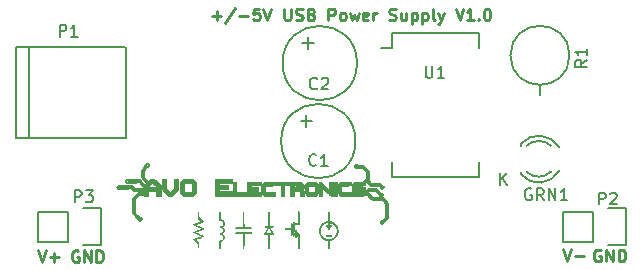
<source format=gbr>
G04 #@! TF.FileFunction,Legend,Top*
%FSLAX46Y46*%
G04 Gerber Fmt 4.6, Leading zero omitted, Abs format (unit mm)*
G04 Created by KiCad (PCBNEW (2015-06-16 BZR 5762, Git d3b3131)-product) date 9/30/2015 3:41:20 PM*
%MOMM*%
G01*
G04 APERTURE LIST*
%ADD10C,0.100000*%
%ADD11C,0.250000*%
%ADD12C,0.150000*%
G04 APERTURE END LIST*
D10*
D11*
X179372356Y-100673280D02*
X179277118Y-100625661D01*
X179134261Y-100625661D01*
X178991403Y-100673280D01*
X178896165Y-100768518D01*
X178848546Y-100863756D01*
X178800927Y-101054232D01*
X178800927Y-101197090D01*
X178848546Y-101387566D01*
X178896165Y-101482804D01*
X178991403Y-101578042D01*
X179134261Y-101625661D01*
X179229499Y-101625661D01*
X179372356Y-101578042D01*
X179419975Y-101530423D01*
X179419975Y-101197090D01*
X179229499Y-101197090D01*
X179848546Y-101625661D02*
X179848546Y-100625661D01*
X180419975Y-101625661D01*
X180419975Y-100625661D01*
X180896165Y-101625661D02*
X180896165Y-100625661D01*
X181134260Y-100625661D01*
X181277118Y-100673280D01*
X181372356Y-100768518D01*
X181419975Y-100863756D01*
X181467594Y-101054232D01*
X181467594Y-101197090D01*
X181419975Y-101387566D01*
X181372356Y-101482804D01*
X181277118Y-101578042D01*
X181134260Y-101625661D01*
X180896165Y-101625661D01*
X146480094Y-80843429D02*
X147241999Y-80843429D01*
X146861047Y-81224381D02*
X146861047Y-80462476D01*
X148432475Y-80176762D02*
X147575332Y-81462476D01*
X148765808Y-80843429D02*
X149527713Y-80843429D01*
X150480094Y-80224381D02*
X150003903Y-80224381D01*
X149956284Y-80700571D01*
X150003903Y-80652952D01*
X150099141Y-80605333D01*
X150337237Y-80605333D01*
X150432475Y-80652952D01*
X150480094Y-80700571D01*
X150527713Y-80795810D01*
X150527713Y-81033905D01*
X150480094Y-81129143D01*
X150432475Y-81176762D01*
X150337237Y-81224381D01*
X150099141Y-81224381D01*
X150003903Y-81176762D01*
X149956284Y-81129143D01*
X150813427Y-80224381D02*
X151146760Y-81224381D01*
X151480094Y-80224381D01*
X152575332Y-80224381D02*
X152575332Y-81033905D01*
X152622951Y-81129143D01*
X152670570Y-81176762D01*
X152765808Y-81224381D01*
X152956285Y-81224381D01*
X153051523Y-81176762D01*
X153099142Y-81129143D01*
X153146761Y-81033905D01*
X153146761Y-80224381D01*
X153575332Y-81176762D02*
X153718189Y-81224381D01*
X153956285Y-81224381D01*
X154051523Y-81176762D01*
X154099142Y-81129143D01*
X154146761Y-81033905D01*
X154146761Y-80938667D01*
X154099142Y-80843429D01*
X154051523Y-80795810D01*
X153956285Y-80748190D01*
X153765808Y-80700571D01*
X153670570Y-80652952D01*
X153622951Y-80605333D01*
X153575332Y-80510095D01*
X153575332Y-80414857D01*
X153622951Y-80319619D01*
X153670570Y-80272000D01*
X153765808Y-80224381D01*
X154003904Y-80224381D01*
X154146761Y-80272000D01*
X154908666Y-80700571D02*
X155051523Y-80748190D01*
X155099142Y-80795810D01*
X155146761Y-80891048D01*
X155146761Y-81033905D01*
X155099142Y-81129143D01*
X155051523Y-81176762D01*
X154956285Y-81224381D01*
X154575332Y-81224381D01*
X154575332Y-80224381D01*
X154908666Y-80224381D01*
X155003904Y-80272000D01*
X155051523Y-80319619D01*
X155099142Y-80414857D01*
X155099142Y-80510095D01*
X155051523Y-80605333D01*
X155003904Y-80652952D01*
X154908666Y-80700571D01*
X154575332Y-80700571D01*
X156337237Y-81224381D02*
X156337237Y-80224381D01*
X156718190Y-80224381D01*
X156813428Y-80272000D01*
X156861047Y-80319619D01*
X156908666Y-80414857D01*
X156908666Y-80557714D01*
X156861047Y-80652952D01*
X156813428Y-80700571D01*
X156718190Y-80748190D01*
X156337237Y-80748190D01*
X157480094Y-81224381D02*
X157384856Y-81176762D01*
X157337237Y-81129143D01*
X157289618Y-81033905D01*
X157289618Y-80748190D01*
X157337237Y-80652952D01*
X157384856Y-80605333D01*
X157480094Y-80557714D01*
X157622952Y-80557714D01*
X157718190Y-80605333D01*
X157765809Y-80652952D01*
X157813428Y-80748190D01*
X157813428Y-81033905D01*
X157765809Y-81129143D01*
X157718190Y-81176762D01*
X157622952Y-81224381D01*
X157480094Y-81224381D01*
X158146761Y-80557714D02*
X158337237Y-81224381D01*
X158527714Y-80748190D01*
X158718190Y-81224381D01*
X158908666Y-80557714D01*
X159670571Y-81176762D02*
X159575333Y-81224381D01*
X159384856Y-81224381D01*
X159289618Y-81176762D01*
X159241999Y-81081524D01*
X159241999Y-80700571D01*
X159289618Y-80605333D01*
X159384856Y-80557714D01*
X159575333Y-80557714D01*
X159670571Y-80605333D01*
X159718190Y-80700571D01*
X159718190Y-80795810D01*
X159241999Y-80891048D01*
X160146761Y-81224381D02*
X160146761Y-80557714D01*
X160146761Y-80748190D02*
X160194380Y-80652952D01*
X160241999Y-80605333D01*
X160337237Y-80557714D01*
X160432476Y-80557714D01*
X161480095Y-81176762D02*
X161622952Y-81224381D01*
X161861048Y-81224381D01*
X161956286Y-81176762D01*
X162003905Y-81129143D01*
X162051524Y-81033905D01*
X162051524Y-80938667D01*
X162003905Y-80843429D01*
X161956286Y-80795810D01*
X161861048Y-80748190D01*
X161670571Y-80700571D01*
X161575333Y-80652952D01*
X161527714Y-80605333D01*
X161480095Y-80510095D01*
X161480095Y-80414857D01*
X161527714Y-80319619D01*
X161575333Y-80272000D01*
X161670571Y-80224381D01*
X161908667Y-80224381D01*
X162051524Y-80272000D01*
X162908667Y-80557714D02*
X162908667Y-81224381D01*
X162480095Y-80557714D02*
X162480095Y-81081524D01*
X162527714Y-81176762D01*
X162622952Y-81224381D01*
X162765810Y-81224381D01*
X162861048Y-81176762D01*
X162908667Y-81129143D01*
X163384857Y-80557714D02*
X163384857Y-81557714D01*
X163384857Y-80605333D02*
X163480095Y-80557714D01*
X163670572Y-80557714D01*
X163765810Y-80605333D01*
X163813429Y-80652952D01*
X163861048Y-80748190D01*
X163861048Y-81033905D01*
X163813429Y-81129143D01*
X163765810Y-81176762D01*
X163670572Y-81224381D01*
X163480095Y-81224381D01*
X163384857Y-81176762D01*
X164289619Y-80557714D02*
X164289619Y-81557714D01*
X164289619Y-80605333D02*
X164384857Y-80557714D01*
X164575334Y-80557714D01*
X164670572Y-80605333D01*
X164718191Y-80652952D01*
X164765810Y-80748190D01*
X164765810Y-81033905D01*
X164718191Y-81129143D01*
X164670572Y-81176762D01*
X164575334Y-81224381D01*
X164384857Y-81224381D01*
X164289619Y-81176762D01*
X165337238Y-81224381D02*
X165242000Y-81176762D01*
X165194381Y-81081524D01*
X165194381Y-80224381D01*
X165622953Y-80557714D02*
X165861048Y-81224381D01*
X166099144Y-80557714D02*
X165861048Y-81224381D01*
X165765810Y-81462476D01*
X165718191Y-81510095D01*
X165622953Y-81557714D01*
X167099144Y-80224381D02*
X167432477Y-81224381D01*
X167765811Y-80224381D01*
X168622954Y-81224381D02*
X168051525Y-81224381D01*
X168337239Y-81224381D02*
X168337239Y-80224381D01*
X168242001Y-80367238D01*
X168146763Y-80462476D01*
X168051525Y-80510095D01*
X169051525Y-81129143D02*
X169099144Y-81176762D01*
X169051525Y-81224381D01*
X169003906Y-81176762D01*
X169051525Y-81129143D01*
X169051525Y-81224381D01*
X169718191Y-80224381D02*
X169813430Y-80224381D01*
X169908668Y-80272000D01*
X169956287Y-80319619D01*
X170003906Y-80414857D01*
X170051525Y-80605333D01*
X170051525Y-80843429D01*
X170003906Y-81033905D01*
X169956287Y-81129143D01*
X169908668Y-81176762D01*
X169813430Y-81224381D01*
X169718191Y-81224381D01*
X169622953Y-81176762D01*
X169575334Y-81129143D01*
X169527715Y-81033905D01*
X169480096Y-80843429D01*
X169480096Y-80605333D01*
X169527715Y-80414857D01*
X169575334Y-80319619D01*
X169622953Y-80272000D01*
X169718191Y-80224381D01*
X176171979Y-100587561D02*
X176505312Y-101587561D01*
X176838646Y-100587561D01*
X177171979Y-101206609D02*
X177933884Y-101206609D01*
X131724519Y-100658681D02*
X132057852Y-101658681D01*
X132391186Y-100658681D01*
X132724519Y-101277729D02*
X133486424Y-101277729D01*
X133105472Y-101658681D02*
X133105472Y-100896776D01*
X135166196Y-100731700D02*
X135070958Y-100684081D01*
X134928101Y-100684081D01*
X134785243Y-100731700D01*
X134690005Y-100826938D01*
X134642386Y-100922176D01*
X134594767Y-101112652D01*
X134594767Y-101255510D01*
X134642386Y-101445986D01*
X134690005Y-101541224D01*
X134785243Y-101636462D01*
X134928101Y-101684081D01*
X135023339Y-101684081D01*
X135166196Y-101636462D01*
X135213815Y-101588843D01*
X135213815Y-101255510D01*
X135023339Y-101255510D01*
X135642386Y-101684081D02*
X135642386Y-100684081D01*
X136213815Y-101684081D01*
X136213815Y-100684081D01*
X136690005Y-101684081D02*
X136690005Y-100684081D01*
X136928100Y-100684081D01*
X137070958Y-100731700D01*
X137166196Y-100826938D01*
X137213815Y-100922176D01*
X137261434Y-101112652D01*
X137261434Y-101255510D01*
X137213815Y-101445986D01*
X137166196Y-101541224D01*
X137070958Y-101636462D01*
X136928100Y-101684081D01*
X136690005Y-101684081D01*
D12*
X154472640Y-89240360D02*
X154472640Y-90241120D01*
X153972260Y-89740740D02*
X154973020Y-89740740D01*
X158623000Y-91440000D02*
G75*
G03X158623000Y-91440000I-3149600J0D01*
G01*
X154599640Y-82636360D02*
X154599640Y-83637120D01*
X154099260Y-83136740D02*
X155100020Y-83136740D01*
X158750000Y-84836000D02*
G75*
G03X158750000Y-84836000I-3149600J0D01*
G01*
X161704400Y-82287000D02*
X161704400Y-83557000D01*
X169054400Y-82287000D02*
X169054400Y-83557000D01*
X169054400Y-94497000D02*
X169054400Y-93227000D01*
X161704400Y-94497000D02*
X161704400Y-93227000D01*
X161704400Y-82287000D02*
X169054400Y-82287000D01*
X161704400Y-94497000D02*
X169054400Y-94497000D01*
X161704400Y-83557000D02*
X160769400Y-83557000D01*
X134277100Y-99949000D02*
X131737100Y-99949000D01*
X137097100Y-100229000D02*
X135547100Y-100229000D01*
X134277100Y-99949000D02*
X134277100Y-97409000D01*
X135547100Y-97129000D02*
X137097100Y-97129000D01*
X137097100Y-97129000D02*
X137097100Y-100229000D01*
X134277100Y-97409000D02*
X131737100Y-97409000D01*
X131737100Y-97409000D02*
X131737100Y-99949000D01*
X172635300Y-94252600D02*
X172635300Y-94052600D01*
X172635300Y-91658600D02*
X172635300Y-91838600D01*
X175863044Y-91968957D02*
G75*
G03X172635300Y-91652600I-1727744J-1003643D01*
G01*
X175187306Y-91839532D02*
G75*
G03X173084300Y-91838600I-1052006J-1133068D01*
G01*
X172648080Y-94279326D02*
G75*
G03X175885300Y-93932600I1497220J1306726D01*
G01*
X173121411Y-94051853D02*
G75*
G03X175169300Y-94032600I1013889J1079253D01*
G01*
X174244000Y-86578440D02*
X174244000Y-87579200D01*
X176743360Y-84178140D02*
G75*
G03X176743360Y-84178140I-2499360J0D01*
G01*
X178727100Y-99949000D02*
X176187100Y-99949000D01*
X181547100Y-100229000D02*
X179997100Y-100229000D01*
X178727100Y-99949000D02*
X178727100Y-97409000D01*
X179997100Y-97129000D02*
X181547100Y-97129000D01*
X181547100Y-97129000D02*
X181547100Y-100229000D01*
X178727100Y-97409000D02*
X176187100Y-97409000D01*
X176187100Y-97409000D02*
X176187100Y-99949000D01*
X129895600Y-83505040D02*
X139095600Y-83505040D01*
X131013200Y-83505040D02*
X131013200Y-91205040D01*
X139166600Y-83505040D02*
X139166600Y-91205040D01*
X129895600Y-91201240D02*
X139095600Y-91201240D01*
X129895600Y-83505040D02*
X129895600Y-91205040D01*
D10*
G36*
X157106533Y-99049356D02*
X157079920Y-99227657D01*
X157019995Y-99378687D01*
X157019995Y-99016820D01*
X157017655Y-98905707D01*
X157007380Y-98825505D01*
X156984806Y-98756452D01*
X156945570Y-98678784D01*
X156945229Y-98678168D01*
X156833675Y-98518963D01*
X156699389Y-98404901D01*
X156540108Y-98334634D01*
X156353573Y-98306813D01*
X156321760Y-98306212D01*
X156212478Y-98308917D01*
X156132187Y-98321136D01*
X156059280Y-98347816D01*
X155995146Y-98381014D01*
X155837495Y-98495154D01*
X155719239Y-98637725D01*
X155642861Y-98802265D01*
X155610840Y-98982306D01*
X155625657Y-99171384D01*
X155653137Y-99272429D01*
X155712150Y-99388308D01*
X155804160Y-99504690D01*
X155914837Y-99606937D01*
X156029849Y-99680411D01*
X156068450Y-99696611D01*
X156241219Y-99733390D01*
X156423706Y-99730289D01*
X156563991Y-99698373D01*
X156679057Y-99639474D01*
X156795674Y-99546565D01*
X156898766Y-99433640D01*
X156969929Y-99321620D01*
X156999948Y-99239673D01*
X157015751Y-99138219D01*
X157019995Y-99016820D01*
X157019995Y-99378687D01*
X157011451Y-99400221D01*
X156899237Y-99560231D01*
X156868523Y-99593040D01*
X156744363Y-99693004D01*
X156599023Y-99769272D01*
X156463538Y-99808802D01*
X156372560Y-99823566D01*
X156372560Y-100175843D01*
X156372176Y-100315797D01*
X156370272Y-100412796D01*
X156365717Y-100474682D01*
X156357379Y-100509299D01*
X156344128Y-100524488D01*
X156324832Y-100528093D01*
X156321760Y-100528120D01*
X156301552Y-100525455D01*
X156287556Y-100512226D01*
X156278635Y-100480579D01*
X156273653Y-100422658D01*
X156271474Y-100330610D01*
X156270963Y-100196581D01*
X156270960Y-100176882D01*
X156270960Y-99825644D01*
X156138604Y-99795093D01*
X155953478Y-99727906D01*
X155796331Y-99621497D01*
X155671853Y-99481790D01*
X155584738Y-99314713D01*
X155539676Y-99126191D01*
X155534360Y-99031938D01*
X155550626Y-98843554D01*
X155602464Y-98682944D01*
X155694427Y-98537651D01*
X155730688Y-98495002D01*
X155859435Y-98374098D01*
X155999540Y-98291682D01*
X156153246Y-98240329D01*
X156270960Y-98210689D01*
X156270960Y-97845404D01*
X156271319Y-97702487D01*
X156273110Y-97602664D01*
X156277405Y-97538231D01*
X156285276Y-97501483D01*
X156297793Y-97484716D01*
X156316029Y-97480227D01*
X156321760Y-97480120D01*
X156341635Y-97482701D01*
X156355517Y-97495583D01*
X156364478Y-97526469D01*
X156369588Y-97583064D01*
X156371920Y-97673071D01*
X156372545Y-97804197D01*
X156372560Y-97845404D01*
X156372560Y-98210689D01*
X156493210Y-98240779D01*
X156677996Y-98310362D01*
X156832278Y-98415106D01*
X156954165Y-98548193D01*
X157041764Y-98702808D01*
X157093184Y-98872135D01*
X157106533Y-99049356D01*
X157106533Y-99049356D01*
X157106533Y-99049356D01*
G37*
X157106533Y-99049356D02*
X157079920Y-99227657D01*
X157019995Y-99378687D01*
X157019995Y-99016820D01*
X157017655Y-98905707D01*
X157007380Y-98825505D01*
X156984806Y-98756452D01*
X156945570Y-98678784D01*
X156945229Y-98678168D01*
X156833675Y-98518963D01*
X156699389Y-98404901D01*
X156540108Y-98334634D01*
X156353573Y-98306813D01*
X156321760Y-98306212D01*
X156212478Y-98308917D01*
X156132187Y-98321136D01*
X156059280Y-98347816D01*
X155995146Y-98381014D01*
X155837495Y-98495154D01*
X155719239Y-98637725D01*
X155642861Y-98802265D01*
X155610840Y-98982306D01*
X155625657Y-99171384D01*
X155653137Y-99272429D01*
X155712150Y-99388308D01*
X155804160Y-99504690D01*
X155914837Y-99606937D01*
X156029849Y-99680411D01*
X156068450Y-99696611D01*
X156241219Y-99733390D01*
X156423706Y-99730289D01*
X156563991Y-99698373D01*
X156679057Y-99639474D01*
X156795674Y-99546565D01*
X156898766Y-99433640D01*
X156969929Y-99321620D01*
X156999948Y-99239673D01*
X157015751Y-99138219D01*
X157019995Y-99016820D01*
X157019995Y-99378687D01*
X157011451Y-99400221D01*
X156899237Y-99560231D01*
X156868523Y-99593040D01*
X156744363Y-99693004D01*
X156599023Y-99769272D01*
X156463538Y-99808802D01*
X156372560Y-99823566D01*
X156372560Y-100175843D01*
X156372176Y-100315797D01*
X156370272Y-100412796D01*
X156365717Y-100474682D01*
X156357379Y-100509299D01*
X156344128Y-100524488D01*
X156324832Y-100528093D01*
X156321760Y-100528120D01*
X156301552Y-100525455D01*
X156287556Y-100512226D01*
X156278635Y-100480579D01*
X156273653Y-100422658D01*
X156271474Y-100330610D01*
X156270963Y-100196581D01*
X156270960Y-100176882D01*
X156270960Y-99825644D01*
X156138604Y-99795093D01*
X155953478Y-99727906D01*
X155796331Y-99621497D01*
X155671853Y-99481790D01*
X155584738Y-99314713D01*
X155539676Y-99126191D01*
X155534360Y-99031938D01*
X155550626Y-98843554D01*
X155602464Y-98682944D01*
X155694427Y-98537651D01*
X155730688Y-98495002D01*
X155859435Y-98374098D01*
X155999540Y-98291682D01*
X156153246Y-98240329D01*
X156270960Y-98210689D01*
X156270960Y-97845404D01*
X156271319Y-97702487D01*
X156273110Y-97602664D01*
X156277405Y-97538231D01*
X156285276Y-97501483D01*
X156297793Y-97484716D01*
X156316029Y-97480227D01*
X156321760Y-97480120D01*
X156341635Y-97482701D01*
X156355517Y-97495583D01*
X156364478Y-97526469D01*
X156369588Y-97583064D01*
X156371920Y-97673071D01*
X156372545Y-97804197D01*
X156372560Y-97845404D01*
X156372560Y-98210689D01*
X156493210Y-98240779D01*
X156677996Y-98310362D01*
X156832278Y-98415106D01*
X156954165Y-98548193D01*
X157041764Y-98702808D01*
X157093184Y-98872135D01*
X157106533Y-99049356D01*
X157106533Y-99049356D01*
G36*
X147481250Y-98948636D02*
X147468919Y-99062443D01*
X147422362Y-99167589D01*
X147350053Y-99243878D01*
X147293456Y-99283520D01*
X147350053Y-99323161D01*
X147428082Y-99406873D01*
X147471147Y-99516443D01*
X147474732Y-99620350D01*
X147435792Y-99734333D01*
X147355705Y-99820877D01*
X147249131Y-99872167D01*
X147152360Y-99901161D01*
X147152360Y-100201940D01*
X147151385Y-100332364D01*
X147147802Y-100419828D01*
X147140621Y-100472146D01*
X147128852Y-100497133D01*
X147114260Y-100502720D01*
X147098100Y-100495215D01*
X147087131Y-100467602D01*
X147080432Y-100412232D01*
X147077081Y-100321455D01*
X147076160Y-100187622D01*
X147076160Y-100186113D01*
X147076831Y-100053123D01*
X147079699Y-99961968D01*
X147086049Y-99903691D01*
X147097164Y-99869335D01*
X147114326Y-99849944D01*
X147125290Y-99843213D01*
X147190686Y-99822018D01*
X147237332Y-99816920D01*
X147306186Y-99794101D01*
X147369205Y-99735338D01*
X147414888Y-99655168D01*
X147431760Y-99571131D01*
X147411439Y-99488568D01*
X147359308Y-99407936D01*
X147288614Y-99343782D01*
X147212607Y-99310656D01*
X147193000Y-99308920D01*
X147139445Y-99299670D01*
X147131224Y-99278369D01*
X147167750Y-99254686D01*
X147196810Y-99246236D01*
X147286986Y-99211041D01*
X147360238Y-99144318D01*
X147388475Y-99106418D01*
X147425009Y-99013491D01*
X147418884Y-98915864D01*
X147375308Y-98825848D01*
X147299489Y-98755754D01*
X147226800Y-98724246D01*
X147153856Y-98698335D01*
X147130996Y-98673964D01*
X147158424Y-98652073D01*
X147208288Y-98638604D01*
X147311625Y-98599549D01*
X147376150Y-98529560D01*
X147404496Y-98425223D01*
X147406360Y-98381820D01*
X147393086Y-98273605D01*
X147348603Y-98197012D01*
X147265922Y-98143690D01*
X147184110Y-98116412D01*
X147076160Y-98087761D01*
X147076160Y-97771240D01*
X147077063Y-97636981D01*
X147080387Y-97545849D01*
X147087053Y-97490195D01*
X147097981Y-97462368D01*
X147114093Y-97454720D01*
X147114260Y-97454720D01*
X147130752Y-97462396D01*
X147141823Y-97490628D01*
X147148456Y-97547215D01*
X147151636Y-97639960D01*
X147152360Y-97756693D01*
X147152360Y-98058666D01*
X147236810Y-98074509D01*
X147309788Y-98103618D01*
X147382689Y-98155386D01*
X147395560Y-98167904D01*
X147440435Y-98222658D01*
X147462663Y-98278898D01*
X147469634Y-98358272D01*
X147469860Y-98385571D01*
X147466604Y-98470823D01*
X147451338Y-98526232D01*
X147415812Y-98572616D01*
X147383907Y-98602486D01*
X147297954Y-98679284D01*
X147362464Y-98733752D01*
X147417321Y-98789871D01*
X147454767Y-98843700D01*
X147481250Y-98948636D01*
X147481250Y-98948636D01*
X147481250Y-98948636D01*
G37*
X147481250Y-98948636D02*
X147468919Y-99062443D01*
X147422362Y-99167589D01*
X147350053Y-99243878D01*
X147293456Y-99283520D01*
X147350053Y-99323161D01*
X147428082Y-99406873D01*
X147471147Y-99516443D01*
X147474732Y-99620350D01*
X147435792Y-99734333D01*
X147355705Y-99820877D01*
X147249131Y-99872167D01*
X147152360Y-99901161D01*
X147152360Y-100201940D01*
X147151385Y-100332364D01*
X147147802Y-100419828D01*
X147140621Y-100472146D01*
X147128852Y-100497133D01*
X147114260Y-100502720D01*
X147098100Y-100495215D01*
X147087131Y-100467602D01*
X147080432Y-100412232D01*
X147077081Y-100321455D01*
X147076160Y-100187622D01*
X147076160Y-100186113D01*
X147076831Y-100053123D01*
X147079699Y-99961968D01*
X147086049Y-99903691D01*
X147097164Y-99869335D01*
X147114326Y-99849944D01*
X147125290Y-99843213D01*
X147190686Y-99822018D01*
X147237332Y-99816920D01*
X147306186Y-99794101D01*
X147369205Y-99735338D01*
X147414888Y-99655168D01*
X147431760Y-99571131D01*
X147411439Y-99488568D01*
X147359308Y-99407936D01*
X147288614Y-99343782D01*
X147212607Y-99310656D01*
X147193000Y-99308920D01*
X147139445Y-99299670D01*
X147131224Y-99278369D01*
X147167750Y-99254686D01*
X147196810Y-99246236D01*
X147286986Y-99211041D01*
X147360238Y-99144318D01*
X147388475Y-99106418D01*
X147425009Y-99013491D01*
X147418884Y-98915864D01*
X147375308Y-98825848D01*
X147299489Y-98755754D01*
X147226800Y-98724246D01*
X147153856Y-98698335D01*
X147130996Y-98673964D01*
X147158424Y-98652073D01*
X147208288Y-98638604D01*
X147311625Y-98599549D01*
X147376150Y-98529560D01*
X147404496Y-98425223D01*
X147406360Y-98381820D01*
X147393086Y-98273605D01*
X147348603Y-98197012D01*
X147265922Y-98143690D01*
X147184110Y-98116412D01*
X147076160Y-98087761D01*
X147076160Y-97771240D01*
X147077063Y-97636981D01*
X147080387Y-97545849D01*
X147087053Y-97490195D01*
X147097981Y-97462368D01*
X147114093Y-97454720D01*
X147114260Y-97454720D01*
X147130752Y-97462396D01*
X147141823Y-97490628D01*
X147148456Y-97547215D01*
X147151636Y-97639960D01*
X147152360Y-97756693D01*
X147152360Y-98058666D01*
X147236810Y-98074509D01*
X147309788Y-98103618D01*
X147382689Y-98155386D01*
X147395560Y-98167904D01*
X147440435Y-98222658D01*
X147462663Y-98278898D01*
X147469634Y-98358272D01*
X147469860Y-98385571D01*
X147466604Y-98470823D01*
X147451338Y-98526232D01*
X147415812Y-98572616D01*
X147383907Y-98602486D01*
X147297954Y-98679284D01*
X147362464Y-98733752D01*
X147417321Y-98789871D01*
X147454767Y-98843700D01*
X147481250Y-98948636D01*
X147481250Y-98948636D01*
G36*
X149768560Y-99194620D02*
X149760917Y-99211046D01*
X149732810Y-99222097D01*
X149676466Y-99228744D01*
X149584114Y-99231959D01*
X149463760Y-99232720D01*
X149324500Y-99234295D01*
X149230357Y-99239405D01*
X149175736Y-99248625D01*
X149155041Y-99262528D01*
X149154580Y-99264470D01*
X149153257Y-99297987D01*
X149151924Y-99374768D01*
X149150657Y-99487275D01*
X149149534Y-99627972D01*
X149148629Y-99789320D01*
X149148230Y-99890893D01*
X149146860Y-100092713D01*
X149144084Y-100248213D01*
X149139659Y-100361859D01*
X149133339Y-100438120D01*
X149124878Y-100481460D01*
X149114958Y-100496110D01*
X149104692Y-100488091D01*
X149096425Y-100453389D01*
X149089879Y-100387517D01*
X149084780Y-100285987D01*
X149080851Y-100144313D01*
X149077817Y-99958005D01*
X149076858Y-99876037D01*
X149070060Y-99245420D01*
X148758910Y-99238288D01*
X148624951Y-99234172D01*
X148534336Y-99228363D01*
X148479611Y-99219796D01*
X148453324Y-99207407D01*
X148447760Y-99193838D01*
X148453904Y-99182356D01*
X148475956Y-99173439D01*
X148519340Y-99166778D01*
X148589481Y-99162069D01*
X148691805Y-99159003D01*
X148831737Y-99157276D01*
X149014703Y-99156579D01*
X149108160Y-99156520D01*
X149310863Y-99156848D01*
X149468247Y-99158044D01*
X149585789Y-99160424D01*
X149668967Y-99164303D01*
X149723259Y-99169999D01*
X149754141Y-99177826D01*
X149767093Y-99188100D01*
X149768560Y-99194620D01*
X149768560Y-99194620D01*
X149768560Y-99194620D01*
G37*
X149768560Y-99194620D02*
X149760917Y-99211046D01*
X149732810Y-99222097D01*
X149676466Y-99228744D01*
X149584114Y-99231959D01*
X149463760Y-99232720D01*
X149324500Y-99234295D01*
X149230357Y-99239405D01*
X149175736Y-99248625D01*
X149155041Y-99262528D01*
X149154580Y-99264470D01*
X149153257Y-99297987D01*
X149151924Y-99374768D01*
X149150657Y-99487275D01*
X149149534Y-99627972D01*
X149148629Y-99789320D01*
X149148230Y-99890893D01*
X149146860Y-100092713D01*
X149144084Y-100248213D01*
X149139659Y-100361859D01*
X149133339Y-100438120D01*
X149124878Y-100481460D01*
X149114958Y-100496110D01*
X149104692Y-100488091D01*
X149096425Y-100453389D01*
X149089879Y-100387517D01*
X149084780Y-100285987D01*
X149080851Y-100144313D01*
X149077817Y-99958005D01*
X149076858Y-99876037D01*
X149070060Y-99245420D01*
X148758910Y-99238288D01*
X148624951Y-99234172D01*
X148534336Y-99228363D01*
X148479611Y-99219796D01*
X148453324Y-99207407D01*
X148447760Y-99193838D01*
X148453904Y-99182356D01*
X148475956Y-99173439D01*
X148519340Y-99166778D01*
X148589481Y-99162069D01*
X148691805Y-99159003D01*
X148831737Y-99157276D01*
X149014703Y-99156579D01*
X149108160Y-99156520D01*
X149310863Y-99156848D01*
X149468247Y-99158044D01*
X149585789Y-99160424D01*
X149668967Y-99164303D01*
X149723259Y-99169999D01*
X149754141Y-99177826D01*
X149767093Y-99188100D01*
X149768560Y-99194620D01*
X149768560Y-99194620D01*
G36*
X151622760Y-99292962D02*
X151599588Y-99301089D01*
X151538961Y-99306837D01*
X151521160Y-99307293D01*
X151521160Y-99242136D01*
X151510182Y-99210627D01*
X151481211Y-99147926D01*
X151440188Y-99065363D01*
X151393057Y-98974271D01*
X151345760Y-98885981D01*
X151304238Y-98811824D01*
X151274435Y-98763132D01*
X151263142Y-98750120D01*
X151246547Y-98770789D01*
X151212575Y-98825423D01*
X151167372Y-98902956D01*
X151117079Y-98992326D01*
X151067841Y-99082469D01*
X151025802Y-99162321D01*
X150997103Y-99220819D01*
X150987760Y-99246045D01*
X151011409Y-99251002D01*
X151075363Y-99254972D01*
X151169127Y-99257482D01*
X151254460Y-99258120D01*
X151363943Y-99256702D01*
X151451645Y-99252870D01*
X151507074Y-99247251D01*
X151521160Y-99242136D01*
X151521160Y-99307293D01*
X151457660Y-99308920D01*
X151292560Y-99308920D01*
X151292560Y-99905820D01*
X151292185Y-100097498D01*
X151290816Y-100244127D01*
X151288087Y-100351452D01*
X151283630Y-100425219D01*
X151277078Y-100471174D01*
X151268066Y-100495064D01*
X151256226Y-100502634D01*
X151254460Y-100502720D01*
X151242225Y-100496849D01*
X151232865Y-100475406D01*
X151226015Y-100432644D01*
X151221306Y-100362818D01*
X151218373Y-100260182D01*
X151216848Y-100118989D01*
X151216365Y-99933492D01*
X151216360Y-99905820D01*
X151216360Y-99308920D01*
X151041711Y-99308920D01*
X150867062Y-99308920D01*
X151028918Y-99010470D01*
X151190773Y-98712020D01*
X151063866Y-98704342D01*
X150980903Y-98694046D01*
X150941937Y-98674636D01*
X150936960Y-98659892D01*
X150950860Y-98637481D01*
X150998439Y-98626009D01*
X151076660Y-98623120D01*
X151216360Y-98623120D01*
X151216360Y-98038920D01*
X151216745Y-97849513D01*
X151218154Y-97705098D01*
X151220964Y-97599870D01*
X151225556Y-97528024D01*
X151232306Y-97483755D01*
X151241594Y-97461259D01*
X151253797Y-97454731D01*
X151254460Y-97454720D01*
X151266812Y-97460630D01*
X151276230Y-97482232D01*
X151283093Y-97525329D01*
X151287779Y-97595727D01*
X151290666Y-97699230D01*
X151292133Y-97841642D01*
X151292559Y-98028768D01*
X151292560Y-98038920D01*
X151292560Y-98623120D01*
X151444960Y-98623120D01*
X151533451Y-98626046D01*
X151580962Y-98636418D01*
X151597059Y-98656629D01*
X151597360Y-98661220D01*
X151584785Y-98684228D01*
X151540680Y-98696054D01*
X151458099Y-98699320D01*
X151318839Y-98699320D01*
X151470799Y-98988162D01*
X151527891Y-99097857D01*
X151575195Y-99190983D01*
X151608228Y-99258552D01*
X151622511Y-99291576D01*
X151622760Y-99292962D01*
X151622760Y-99292962D01*
X151622760Y-99292962D01*
G37*
X151622760Y-99292962D02*
X151599588Y-99301089D01*
X151538961Y-99306837D01*
X151521160Y-99307293D01*
X151521160Y-99242136D01*
X151510182Y-99210627D01*
X151481211Y-99147926D01*
X151440188Y-99065363D01*
X151393057Y-98974271D01*
X151345760Y-98885981D01*
X151304238Y-98811824D01*
X151274435Y-98763132D01*
X151263142Y-98750120D01*
X151246547Y-98770789D01*
X151212575Y-98825423D01*
X151167372Y-98902956D01*
X151117079Y-98992326D01*
X151067841Y-99082469D01*
X151025802Y-99162321D01*
X150997103Y-99220819D01*
X150987760Y-99246045D01*
X151011409Y-99251002D01*
X151075363Y-99254972D01*
X151169127Y-99257482D01*
X151254460Y-99258120D01*
X151363943Y-99256702D01*
X151451645Y-99252870D01*
X151507074Y-99247251D01*
X151521160Y-99242136D01*
X151521160Y-99307293D01*
X151457660Y-99308920D01*
X151292560Y-99308920D01*
X151292560Y-99905820D01*
X151292185Y-100097498D01*
X151290816Y-100244127D01*
X151288087Y-100351452D01*
X151283630Y-100425219D01*
X151277078Y-100471174D01*
X151268066Y-100495064D01*
X151256226Y-100502634D01*
X151254460Y-100502720D01*
X151242225Y-100496849D01*
X151232865Y-100475406D01*
X151226015Y-100432644D01*
X151221306Y-100362818D01*
X151218373Y-100260182D01*
X151216848Y-100118989D01*
X151216365Y-99933492D01*
X151216360Y-99905820D01*
X151216360Y-99308920D01*
X151041711Y-99308920D01*
X150867062Y-99308920D01*
X151028918Y-99010470D01*
X151190773Y-98712020D01*
X151063866Y-98704342D01*
X150980903Y-98694046D01*
X150941937Y-98674636D01*
X150936960Y-98659892D01*
X150950860Y-98637481D01*
X150998439Y-98626009D01*
X151076660Y-98623120D01*
X151216360Y-98623120D01*
X151216360Y-98038920D01*
X151216745Y-97849513D01*
X151218154Y-97705098D01*
X151220964Y-97599870D01*
X151225556Y-97528024D01*
X151232306Y-97483755D01*
X151241594Y-97461259D01*
X151253797Y-97454731D01*
X151254460Y-97454720D01*
X151266812Y-97460630D01*
X151276230Y-97482232D01*
X151283093Y-97525329D01*
X151287779Y-97595727D01*
X151290666Y-97699230D01*
X151292133Y-97841642D01*
X151292559Y-98028768D01*
X151292560Y-98038920D01*
X151292560Y-98623120D01*
X151444960Y-98623120D01*
X151533451Y-98626046D01*
X151580962Y-98636418D01*
X151597059Y-98656629D01*
X151597360Y-98661220D01*
X151584785Y-98684228D01*
X151540680Y-98696054D01*
X151458099Y-98699320D01*
X151318839Y-98699320D01*
X151470799Y-98988162D01*
X151527891Y-99097857D01*
X151575195Y-99190983D01*
X151608228Y-99258552D01*
X151622511Y-99291576D01*
X151622760Y-99292962D01*
X151622760Y-99292962D01*
G36*
X153833564Y-98468727D02*
X153610812Y-98476073D01*
X153388060Y-98483420D01*
X153381048Y-98870770D01*
X153374036Y-99258120D01*
X153438198Y-99258120D01*
X153476436Y-99254027D01*
X153495405Y-99233036D01*
X153501789Y-99182071D01*
X153502360Y-99132619D01*
X153506468Y-99057369D01*
X153516936Y-99005598D01*
X153524427Y-98993479D01*
X153550857Y-99004216D01*
X153601768Y-99044764D01*
X153667598Y-99107228D01*
X153689527Y-99129794D01*
X153832560Y-99279748D01*
X153832560Y-99891234D01*
X153832196Y-100085493D01*
X153830871Y-100234638D01*
X153828230Y-100344348D01*
X153823919Y-100420304D01*
X153817583Y-100468189D01*
X153808870Y-100493682D01*
X153797425Y-100502465D01*
X153794460Y-100502720D01*
X153781860Y-100496724D01*
X153772320Y-100474785D01*
X153765435Y-100430976D01*
X153760801Y-100359370D01*
X153758014Y-100254040D01*
X153756670Y-100109058D01*
X153756360Y-99943920D01*
X153755476Y-99781590D01*
X153753001Y-99637798D01*
X153749199Y-99519794D01*
X153744336Y-99434828D01*
X153738677Y-99390150D01*
X153735942Y-99385120D01*
X153707706Y-99401908D01*
X153659013Y-99444565D01*
X153630317Y-99473031D01*
X153576725Y-99521697D01*
X153535776Y-99547077D01*
X153523735Y-99547732D01*
X153509431Y-99515840D01*
X153502485Y-99455087D01*
X153502360Y-99445354D01*
X153498175Y-99386040D01*
X153479383Y-99364082D01*
X153445210Y-99364906D01*
X153403267Y-99383183D01*
X153394410Y-99404773D01*
X153380136Y-99432085D01*
X153362660Y-99435920D01*
X153350327Y-99430016D01*
X153340918Y-99408441D01*
X153334058Y-99365400D01*
X153329368Y-99295099D01*
X153326473Y-99191743D01*
X153324996Y-99049537D01*
X153324561Y-98862686D01*
X153324560Y-98849603D01*
X153325138Y-98654736D01*
X153327049Y-98505835D01*
X153330560Y-98398077D01*
X153335936Y-98326639D01*
X153343443Y-98286697D01*
X153353348Y-98273431D01*
X153356310Y-98273742D01*
X153385114Y-98304553D01*
X153396176Y-98339359D01*
X153405519Y-98369551D01*
X153430350Y-98386168D01*
X153482782Y-98393168D01*
X153564909Y-98394520D01*
X153659732Y-98391226D01*
X153714459Y-98379767D01*
X153739457Y-98357776D01*
X153740942Y-98354342D01*
X153745848Y-98317023D01*
X153750109Y-98237736D01*
X153753459Y-98125315D01*
X153755631Y-97988591D01*
X153756360Y-97844225D01*
X153757110Y-97672021D01*
X153759604Y-97545343D01*
X153764204Y-97458936D01*
X153771274Y-97407547D01*
X153781177Y-97385918D01*
X153788110Y-97384852D01*
X153799576Y-97402332D01*
X153808665Y-97449362D01*
X153815703Y-97530574D01*
X153821016Y-97650598D01*
X153824933Y-97814067D01*
X153826712Y-97932073D01*
X153833564Y-98468727D01*
X153833564Y-98468727D01*
X153833564Y-98468727D01*
G37*
X153833564Y-98468727D02*
X153610812Y-98476073D01*
X153388060Y-98483420D01*
X153381048Y-98870770D01*
X153374036Y-99258120D01*
X153438198Y-99258120D01*
X153476436Y-99254027D01*
X153495405Y-99233036D01*
X153501789Y-99182071D01*
X153502360Y-99132619D01*
X153506468Y-99057369D01*
X153516936Y-99005598D01*
X153524427Y-98993479D01*
X153550857Y-99004216D01*
X153601768Y-99044764D01*
X153667598Y-99107228D01*
X153689527Y-99129794D01*
X153832560Y-99279748D01*
X153832560Y-99891234D01*
X153832196Y-100085493D01*
X153830871Y-100234638D01*
X153828230Y-100344348D01*
X153823919Y-100420304D01*
X153817583Y-100468189D01*
X153808870Y-100493682D01*
X153797425Y-100502465D01*
X153794460Y-100502720D01*
X153781860Y-100496724D01*
X153772320Y-100474785D01*
X153765435Y-100430976D01*
X153760801Y-100359370D01*
X153758014Y-100254040D01*
X153756670Y-100109058D01*
X153756360Y-99943920D01*
X153755476Y-99781590D01*
X153753001Y-99637798D01*
X153749199Y-99519794D01*
X153744336Y-99434828D01*
X153738677Y-99390150D01*
X153735942Y-99385120D01*
X153707706Y-99401908D01*
X153659013Y-99444565D01*
X153630317Y-99473031D01*
X153576725Y-99521697D01*
X153535776Y-99547077D01*
X153523735Y-99547732D01*
X153509431Y-99515840D01*
X153502485Y-99455087D01*
X153502360Y-99445354D01*
X153498175Y-99386040D01*
X153479383Y-99364082D01*
X153445210Y-99364906D01*
X153403267Y-99383183D01*
X153394410Y-99404773D01*
X153380136Y-99432085D01*
X153362660Y-99435920D01*
X153350327Y-99430016D01*
X153340918Y-99408441D01*
X153334058Y-99365400D01*
X153329368Y-99295099D01*
X153326473Y-99191743D01*
X153324996Y-99049537D01*
X153324561Y-98862686D01*
X153324560Y-98849603D01*
X153325138Y-98654736D01*
X153327049Y-98505835D01*
X153330560Y-98398077D01*
X153335936Y-98326639D01*
X153343443Y-98286697D01*
X153353348Y-98273431D01*
X153356310Y-98273742D01*
X153385114Y-98304553D01*
X153396176Y-98339359D01*
X153405519Y-98369551D01*
X153430350Y-98386168D01*
X153482782Y-98393168D01*
X153564909Y-98394520D01*
X153659732Y-98391226D01*
X153714459Y-98379767D01*
X153739457Y-98357776D01*
X153740942Y-98354342D01*
X153745848Y-98317023D01*
X153750109Y-98237736D01*
X153753459Y-98125315D01*
X153755631Y-97988591D01*
X153756360Y-97844225D01*
X153757110Y-97672021D01*
X153759604Y-97545343D01*
X153764204Y-97458936D01*
X153771274Y-97407547D01*
X153781177Y-97385918D01*
X153788110Y-97384852D01*
X153799576Y-97402332D01*
X153808665Y-97449362D01*
X153815703Y-97530574D01*
X153821016Y-97650598D01*
X153824933Y-97814067D01*
X153826712Y-97932073D01*
X153833564Y-98468727D01*
X153833564Y-98468727D01*
G36*
X145704560Y-99462698D02*
X145682739Y-99480519D01*
X145624595Y-99511261D01*
X145541101Y-99549308D01*
X145507710Y-99563398D01*
X145346067Y-99630415D01*
X145225597Y-99680897D01*
X145140444Y-99717528D01*
X145084754Y-99742989D01*
X145052676Y-99759962D01*
X145038353Y-99771129D01*
X145035933Y-99779174D01*
X145036017Y-99779533D01*
X145058583Y-99801059D01*
X145112745Y-99839092D01*
X145175717Y-99878639D01*
X145310860Y-99959790D01*
X145310860Y-100197388D01*
X145308251Y-100323090D01*
X145300035Y-100402813D01*
X145285627Y-100441128D01*
X145279110Y-100445570D01*
X145263403Y-100437442D01*
X145253378Y-100396284D01*
X145248132Y-100315779D01*
X145246772Y-100219086D01*
X145246184Y-99982020D01*
X145068972Y-99882344D01*
X144986318Y-99833656D01*
X144924238Y-99792899D01*
X144893365Y-99767192D01*
X144891760Y-99763746D01*
X144914120Y-99748299D01*
X144975609Y-99718623D01*
X145067839Y-99678457D01*
X145182425Y-99631540D01*
X145233457Y-99611401D01*
X145353665Y-99563053D01*
X145453846Y-99520058D01*
X145525956Y-99486082D01*
X145561950Y-99464793D01*
X145564361Y-99460514D01*
X145538182Y-99444984D01*
X145473709Y-99414332D01*
X145379725Y-99372533D01*
X145265012Y-99323560D01*
X145223219Y-99306134D01*
X145104335Y-99254741D01*
X145004366Y-99207482D01*
X144931795Y-99168683D01*
X144895108Y-99142668D01*
X144892315Y-99137470D01*
X144911703Y-99107675D01*
X144923510Y-99105162D01*
X144963767Y-99094567D01*
X145030375Y-99068258D01*
X145069560Y-99050517D01*
X145144648Y-99017091D01*
X145205302Y-98993731D01*
X145223776Y-98988426D01*
X145266218Y-98974431D01*
X145338983Y-98945469D01*
X145425569Y-98908138D01*
X145587447Y-98835854D01*
X145334853Y-98714305D01*
X145220598Y-98660017D01*
X145112900Y-98610061D01*
X145026246Y-98571095D01*
X144985953Y-98553957D01*
X144928033Y-98524040D01*
X144899156Y-98495928D01*
X144898519Y-98488540D01*
X144924247Y-98470286D01*
X144988813Y-98438410D01*
X145083407Y-98396899D01*
X145199217Y-98349740D01*
X145242270Y-98332970D01*
X145362277Y-98285912D01*
X145463244Y-98244706D01*
X145536692Y-98212938D01*
X145574140Y-98194193D01*
X145577177Y-98191320D01*
X145556783Y-98173551D01*
X145503018Y-98138577D01*
X145427055Y-98093620D01*
X145418632Y-98088833D01*
X145260060Y-97999047D01*
X145260060Y-97714183D01*
X145262875Y-97570826D01*
X145270331Y-97475674D01*
X145280943Y-97429153D01*
X145293228Y-97431687D01*
X145305701Y-97483701D01*
X145316877Y-97585620D01*
X145323560Y-97696020D01*
X145336260Y-97975420D01*
X145519566Y-98077020D01*
X145602961Y-98126229D01*
X145664733Y-98168417D01*
X145694832Y-98196501D01*
X145696104Y-98201453D01*
X145671183Y-98218519D01*
X145607579Y-98249398D01*
X145514183Y-98290093D01*
X145399886Y-98336603D01*
X145366748Y-98349580D01*
X145249080Y-98396674D01*
X145150630Y-98438729D01*
X145080047Y-98471848D01*
X145045978Y-98492132D01*
X145044160Y-98494973D01*
X145066032Y-98512072D01*
X145126136Y-98545366D01*
X145216200Y-98590599D01*
X145327953Y-98643518D01*
X145373477Y-98664346D01*
X145491335Y-98719438D01*
X145590627Y-98769033D01*
X145663045Y-98808731D01*
X145700278Y-98834134D01*
X145703473Y-98839020D01*
X145681365Y-98856844D01*
X145620086Y-98888774D01*
X145527959Y-98930891D01*
X145413308Y-98979279D01*
X145359505Y-99000900D01*
X145239806Y-99049970D01*
X145141057Y-99093669D01*
X145070939Y-99128337D01*
X145037133Y-99150314D01*
X145035860Y-99155129D01*
X145065903Y-99170949D01*
X145133708Y-99202009D01*
X145230058Y-99244218D01*
X145345735Y-99293486D01*
X145380710Y-99308147D01*
X145498070Y-99358485D01*
X145596464Y-99403199D01*
X145667393Y-99438232D01*
X145702354Y-99459527D01*
X145704560Y-99462698D01*
X145704560Y-99462698D01*
X145704560Y-99462698D01*
G37*
X145704560Y-99462698D02*
X145682739Y-99480519D01*
X145624595Y-99511261D01*
X145541101Y-99549308D01*
X145507710Y-99563398D01*
X145346067Y-99630415D01*
X145225597Y-99680897D01*
X145140444Y-99717528D01*
X145084754Y-99742989D01*
X145052676Y-99759962D01*
X145038353Y-99771129D01*
X145035933Y-99779174D01*
X145036017Y-99779533D01*
X145058583Y-99801059D01*
X145112745Y-99839092D01*
X145175717Y-99878639D01*
X145310860Y-99959790D01*
X145310860Y-100197388D01*
X145308251Y-100323090D01*
X145300035Y-100402813D01*
X145285627Y-100441128D01*
X145279110Y-100445570D01*
X145263403Y-100437442D01*
X145253378Y-100396284D01*
X145248132Y-100315779D01*
X145246772Y-100219086D01*
X145246184Y-99982020D01*
X145068972Y-99882344D01*
X144986318Y-99833656D01*
X144924238Y-99792899D01*
X144893365Y-99767192D01*
X144891760Y-99763746D01*
X144914120Y-99748299D01*
X144975609Y-99718623D01*
X145067839Y-99678457D01*
X145182425Y-99631540D01*
X145233457Y-99611401D01*
X145353665Y-99563053D01*
X145453846Y-99520058D01*
X145525956Y-99486082D01*
X145561950Y-99464793D01*
X145564361Y-99460514D01*
X145538182Y-99444984D01*
X145473709Y-99414332D01*
X145379725Y-99372533D01*
X145265012Y-99323560D01*
X145223219Y-99306134D01*
X145104335Y-99254741D01*
X145004366Y-99207482D01*
X144931795Y-99168683D01*
X144895108Y-99142668D01*
X144892315Y-99137470D01*
X144911703Y-99107675D01*
X144923510Y-99105162D01*
X144963767Y-99094567D01*
X145030375Y-99068258D01*
X145069560Y-99050517D01*
X145144648Y-99017091D01*
X145205302Y-98993731D01*
X145223776Y-98988426D01*
X145266218Y-98974431D01*
X145338983Y-98945469D01*
X145425569Y-98908138D01*
X145587447Y-98835854D01*
X145334853Y-98714305D01*
X145220598Y-98660017D01*
X145112900Y-98610061D01*
X145026246Y-98571095D01*
X144985953Y-98553957D01*
X144928033Y-98524040D01*
X144899156Y-98495928D01*
X144898519Y-98488540D01*
X144924247Y-98470286D01*
X144988813Y-98438410D01*
X145083407Y-98396899D01*
X145199217Y-98349740D01*
X145242270Y-98332970D01*
X145362277Y-98285912D01*
X145463244Y-98244706D01*
X145536692Y-98212938D01*
X145574140Y-98194193D01*
X145577177Y-98191320D01*
X145556783Y-98173551D01*
X145503018Y-98138577D01*
X145427055Y-98093620D01*
X145418632Y-98088833D01*
X145260060Y-97999047D01*
X145260060Y-97714183D01*
X145262875Y-97570826D01*
X145270331Y-97475674D01*
X145280943Y-97429153D01*
X145293228Y-97431687D01*
X145305701Y-97483701D01*
X145316877Y-97585620D01*
X145323560Y-97696020D01*
X145336260Y-97975420D01*
X145519566Y-98077020D01*
X145602961Y-98126229D01*
X145664733Y-98168417D01*
X145694832Y-98196501D01*
X145696104Y-98201453D01*
X145671183Y-98218519D01*
X145607579Y-98249398D01*
X145514183Y-98290093D01*
X145399886Y-98336603D01*
X145366748Y-98349580D01*
X145249080Y-98396674D01*
X145150630Y-98438729D01*
X145080047Y-98471848D01*
X145045978Y-98492132D01*
X145044160Y-98494973D01*
X145066032Y-98512072D01*
X145126136Y-98545366D01*
X145216200Y-98590599D01*
X145327953Y-98643518D01*
X145373477Y-98664346D01*
X145491335Y-98719438D01*
X145590627Y-98769033D01*
X145663045Y-98808731D01*
X145700278Y-98834134D01*
X145703473Y-98839020D01*
X145681365Y-98856844D01*
X145620086Y-98888774D01*
X145527959Y-98930891D01*
X145413308Y-98979279D01*
X145359505Y-99000900D01*
X145239806Y-99049970D01*
X145141057Y-99093669D01*
X145070939Y-99128337D01*
X145037133Y-99150314D01*
X145035860Y-99155129D01*
X145065903Y-99170949D01*
X145133708Y-99202009D01*
X145230058Y-99244218D01*
X145345735Y-99293486D01*
X145380710Y-99308147D01*
X145498070Y-99358485D01*
X145596464Y-99403199D01*
X145667393Y-99438232D01*
X145702354Y-99459527D01*
X145704560Y-99462698D01*
X145704560Y-99462698D01*
G36*
X153222960Y-98877120D02*
X153221651Y-99057930D01*
X153217838Y-99199317D01*
X153211686Y-99298115D01*
X153203361Y-99351162D01*
X153197560Y-99359720D01*
X153185389Y-99335742D01*
X153176707Y-99269367D01*
X153172441Y-99168934D01*
X153172160Y-99131120D01*
X153172160Y-98902520D01*
X152905460Y-98902520D01*
X152783670Y-98901351D01*
X152704442Y-98897066D01*
X152659576Y-98888492D01*
X152640870Y-98874458D01*
X152638760Y-98864420D01*
X152646936Y-98847021D01*
X152676932Y-98835703D01*
X152736949Y-98829293D01*
X152835187Y-98826621D01*
X152905460Y-98826320D01*
X153172160Y-98826320D01*
X153172160Y-98610420D01*
X153174969Y-98505277D01*
X153182695Y-98430820D01*
X153194286Y-98395989D01*
X153197560Y-98394520D01*
X153207076Y-98419374D01*
X153214517Y-98491829D01*
X153219717Y-98608720D01*
X153222509Y-98766884D01*
X153222960Y-98877120D01*
X153222960Y-98877120D01*
X153222960Y-98877120D01*
G37*
X153222960Y-98877120D02*
X153221651Y-99057930D01*
X153217838Y-99199317D01*
X153211686Y-99298115D01*
X153203361Y-99351162D01*
X153197560Y-99359720D01*
X153185389Y-99335742D01*
X153176707Y-99269367D01*
X153172441Y-99168934D01*
X153172160Y-99131120D01*
X153172160Y-98902520D01*
X152905460Y-98902520D01*
X152783670Y-98901351D01*
X152704442Y-98897066D01*
X152659576Y-98888492D01*
X152640870Y-98874458D01*
X152638760Y-98864420D01*
X152646936Y-98847021D01*
X152676932Y-98835703D01*
X152736949Y-98829293D01*
X152835187Y-98826621D01*
X152905460Y-98826320D01*
X153172160Y-98826320D01*
X153172160Y-98610420D01*
X153174969Y-98505277D01*
X153182695Y-98430820D01*
X153194286Y-98395989D01*
X153197560Y-98394520D01*
X153207076Y-98419374D01*
X153214517Y-98491829D01*
X153219717Y-98608720D01*
X153222509Y-98766884D01*
X153222960Y-98877120D01*
X153222960Y-98877120D01*
G36*
X149768560Y-98789001D02*
X149762415Y-98800483D01*
X149740363Y-98809400D01*
X149696979Y-98816061D01*
X149626838Y-98820770D01*
X149524514Y-98823836D01*
X149384582Y-98825563D01*
X149201616Y-98826260D01*
X149108160Y-98826320D01*
X148905456Y-98825991D01*
X148748072Y-98824795D01*
X148630530Y-98822415D01*
X148547352Y-98818536D01*
X148493060Y-98812840D01*
X148462178Y-98805013D01*
X148449226Y-98794739D01*
X148447760Y-98788220D01*
X148455435Y-98771729D01*
X148483662Y-98760659D01*
X148540239Y-98754026D01*
X148632969Y-98750844D01*
X148749842Y-98750120D01*
X148883151Y-98748951D01*
X148973675Y-98744812D01*
X149029387Y-98736752D01*
X149058263Y-98723818D01*
X149066414Y-98712360D01*
X149070496Y-98677142D01*
X149074125Y-98598696D01*
X149077130Y-98484596D01*
X149079341Y-98342411D01*
X149080589Y-98179715D01*
X149080805Y-98071352D01*
X149081863Y-97859176D01*
X149085057Y-97689946D01*
X149090307Y-97565615D01*
X149097528Y-97488136D01*
X149106638Y-97459461D01*
X149106692Y-97459442D01*
X149116049Y-97481384D01*
X149124004Y-97553510D01*
X149130526Y-97675224D01*
X149135585Y-97845928D01*
X149139148Y-98065026D01*
X149139469Y-98094100D01*
X149146260Y-98737420D01*
X149457410Y-98744551D01*
X149591368Y-98748667D01*
X149681983Y-98754476D01*
X149736708Y-98763043D01*
X149762995Y-98775432D01*
X149768560Y-98789001D01*
X149768560Y-98789001D01*
X149768560Y-98789001D01*
G37*
X149768560Y-98789001D02*
X149762415Y-98800483D01*
X149740363Y-98809400D01*
X149696979Y-98816061D01*
X149626838Y-98820770D01*
X149524514Y-98823836D01*
X149384582Y-98825563D01*
X149201616Y-98826260D01*
X149108160Y-98826320D01*
X148905456Y-98825991D01*
X148748072Y-98824795D01*
X148630530Y-98822415D01*
X148547352Y-98818536D01*
X148493060Y-98812840D01*
X148462178Y-98805013D01*
X148449226Y-98794739D01*
X148447760Y-98788220D01*
X148455435Y-98771729D01*
X148483662Y-98760659D01*
X148540239Y-98754026D01*
X148632969Y-98750844D01*
X148749842Y-98750120D01*
X148883151Y-98748951D01*
X148973675Y-98744812D01*
X149029387Y-98736752D01*
X149058263Y-98723818D01*
X149066414Y-98712360D01*
X149070496Y-98677142D01*
X149074125Y-98598696D01*
X149077130Y-98484596D01*
X149079341Y-98342411D01*
X149080589Y-98179715D01*
X149080805Y-98071352D01*
X149081863Y-97859176D01*
X149085057Y-97689946D01*
X149090307Y-97565615D01*
X149097528Y-97488136D01*
X149106638Y-97459461D01*
X149106692Y-97459442D01*
X149116049Y-97481384D01*
X149124004Y-97553510D01*
X149130526Y-97675224D01*
X149135585Y-97845928D01*
X149139148Y-98065026D01*
X149139469Y-98094100D01*
X149146260Y-98737420D01*
X149457410Y-98744551D01*
X149591368Y-98748667D01*
X149681983Y-98754476D01*
X149736708Y-98763043D01*
X149762995Y-98775432D01*
X149768560Y-98789001D01*
X149768560Y-98789001D01*
G36*
X161401760Y-97921151D02*
X161197786Y-98138785D01*
X161111972Y-98230746D01*
X161034656Y-98314323D01*
X160975018Y-98379549D01*
X160944694Y-98413570D01*
X160906460Y-98441393D01*
X160906460Y-98292920D01*
X160892499Y-98240595D01*
X160849196Y-98221288D01*
X160795617Y-98230514D01*
X160776628Y-98253038D01*
X160770975Y-98315921D01*
X160801404Y-98356933D01*
X160849196Y-98364551D01*
X160894594Y-98342624D01*
X160906460Y-98292920D01*
X160906460Y-98441393D01*
X160877640Y-98462366D01*
X160804928Y-98461021D01*
X160728722Y-98409585D01*
X160727505Y-98408374D01*
X160684559Y-98350731D01*
X160665243Y-98295760D01*
X160665160Y-98292920D01*
X160685016Y-98234080D01*
X160733247Y-98173249D01*
X160792842Y-98128093D01*
X160836323Y-98115120D01*
X160876025Y-98097907D01*
X160937380Y-98052541D01*
X161007839Y-97988430D01*
X161015277Y-97980971D01*
X161147760Y-97846822D01*
X161147760Y-97302257D01*
X161147760Y-96757693D01*
X161002505Y-96610906D01*
X160857250Y-96464120D01*
X160436794Y-96464120D01*
X160016338Y-96464120D01*
X159803311Y-96249980D01*
X159590284Y-96035841D01*
X158946622Y-96050752D01*
X158302960Y-96065663D01*
X158302960Y-95922605D01*
X158302960Y-95779548D01*
X158728410Y-95772584D01*
X159153860Y-95765620D01*
X159161897Y-95695770D01*
X159169934Y-95625920D01*
X158736447Y-95625920D01*
X158302960Y-95625920D01*
X158302960Y-95379231D01*
X158302960Y-95132542D01*
X158409848Y-95023631D01*
X158516736Y-94914720D01*
X158835298Y-94914316D01*
X159153860Y-94913912D01*
X159350710Y-94720684D01*
X159547560Y-94527457D01*
X159547560Y-94307742D01*
X159547560Y-94088028D01*
X159348084Y-93889723D01*
X159148609Y-93691417D01*
X158948034Y-93703002D01*
X158842433Y-93710934D01*
X158748561Y-93721194D01*
X158722060Y-93725566D01*
X158722060Y-93568520D01*
X158708099Y-93516195D01*
X158664796Y-93496888D01*
X158611217Y-93506114D01*
X158592228Y-93528638D01*
X158586575Y-93591521D01*
X158617004Y-93632533D01*
X158664796Y-93640151D01*
X158710194Y-93618224D01*
X158722060Y-93568520D01*
X158722060Y-93725566D01*
X158684654Y-93731739D01*
X158679126Y-93733124D01*
X158621445Y-93737564D01*
X158569537Y-93708805D01*
X158545776Y-93686645D01*
X158492051Y-93610395D01*
X158488677Y-93536583D01*
X158535654Y-93460909D01*
X158545776Y-93450394D01*
X158601303Y-93406493D01*
X158653661Y-93398755D01*
X158679126Y-93404158D01*
X158734433Y-93413578D01*
X158824922Y-93422976D01*
X158934994Y-93430868D01*
X158988760Y-93433621D01*
X159230060Y-93444304D01*
X159515810Y-93728247D01*
X159801560Y-94012191D01*
X159801560Y-94328105D01*
X159800327Y-94467404D01*
X159795947Y-94564907D01*
X159787398Y-94629572D01*
X159773657Y-94670358D01*
X159760307Y-94689603D01*
X159741512Y-94715816D01*
X159741268Y-94743070D01*
X159764356Y-94782060D01*
X159815556Y-94843484D01*
X159842857Y-94874348D01*
X159966660Y-95013511D01*
X160337373Y-95014915D01*
X160483065Y-95015980D01*
X160586680Y-95018642D01*
X160656936Y-95024034D01*
X160702555Y-95033287D01*
X160732255Y-95047530D01*
X160754756Y-95067897D01*
X160755957Y-95069216D01*
X160813841Y-95116556D01*
X160886242Y-95156547D01*
X160886837Y-95156797D01*
X160965824Y-95210826D01*
X161006794Y-95282945D01*
X161008970Y-95360712D01*
X160971580Y-95431688D01*
X160906834Y-95477971D01*
X160906460Y-95478030D01*
X160906460Y-95321120D01*
X160892499Y-95268795D01*
X160849196Y-95249488D01*
X160795617Y-95258714D01*
X160776628Y-95281238D01*
X160770975Y-95344121D01*
X160801404Y-95385133D01*
X160849196Y-95392751D01*
X160894594Y-95370824D01*
X160906460Y-95321120D01*
X160906460Y-95478030D01*
X160824129Y-95491218D01*
X160748150Y-95458335D01*
X160687866Y-95383943D01*
X160676199Y-95359163D01*
X160639078Y-95270320D01*
X160260797Y-95270320D01*
X159882516Y-95270320D01*
X159716725Y-95091250D01*
X159638884Y-95008677D01*
X159586216Y-94958595D01*
X159550321Y-94935374D01*
X159522797Y-94933384D01*
X159498447Y-94944960D01*
X159461797Y-94983707D01*
X159447072Y-95048779D01*
X159445960Y-95085315D01*
X159445960Y-95192891D01*
X159020510Y-95199855D01*
X158595060Y-95206820D01*
X158587022Y-95276670D01*
X158578985Y-95346520D01*
X159012472Y-95346520D01*
X159445960Y-95346520D01*
X159445960Y-95448120D01*
X159449532Y-95513682D01*
X159465951Y-95542814D01*
X159503769Y-95549704D01*
X159507202Y-95549720D01*
X159570077Y-95528304D01*
X159632562Y-95473520D01*
X159696680Y-95397320D01*
X160022805Y-95397320D01*
X160348931Y-95397320D01*
X160538795Y-95589516D01*
X160626540Y-95673801D01*
X160710735Y-95746801D01*
X160779701Y-95798771D01*
X160811153Y-95816796D01*
X160891940Y-95871696D01*
X160933418Y-95945480D01*
X160930473Y-96027747D01*
X160923611Y-96045394D01*
X160868430Y-96116524D01*
X160830260Y-96133221D01*
X160830260Y-95981520D01*
X160816299Y-95929195D01*
X160772996Y-95909888D01*
X160719417Y-95919114D01*
X160700428Y-95941638D01*
X160694775Y-96004521D01*
X160725204Y-96045533D01*
X160772996Y-96053151D01*
X160818394Y-96031224D01*
X160830260Y-95981520D01*
X160830260Y-96133221D01*
X160794730Y-96148764D01*
X160716338Y-96142392D01*
X160647082Y-96097690D01*
X160609397Y-96039044D01*
X160578189Y-95988444D01*
X160521286Y-95915748D01*
X160449371Y-95834318D01*
X160426355Y-95810070D01*
X160272927Y-95651320D01*
X160028480Y-95651320D01*
X159911556Y-95652628D01*
X159834095Y-95657869D01*
X159784797Y-95669021D01*
X159752362Y-95688060D01*
X159738060Y-95702120D01*
X159687381Y-95737272D01*
X159609926Y-95751808D01*
X159569023Y-95752920D01*
X159494298Y-95755772D01*
X159457596Y-95767804D01*
X159446295Y-95794225D01*
X159445960Y-95803720D01*
X159451732Y-95832518D01*
X159476919Y-95847838D01*
X159533321Y-95853767D01*
X159592691Y-95854520D01*
X159739422Y-95854520D01*
X159915860Y-96032320D01*
X160092297Y-96210120D01*
X160512580Y-96210120D01*
X160932863Y-96210120D01*
X161167311Y-96445547D01*
X161401760Y-96680974D01*
X161401760Y-97301063D01*
X161401760Y-97921151D01*
X161401760Y-97921151D01*
X161401760Y-97921151D01*
G37*
X161401760Y-97921151D02*
X161197786Y-98138785D01*
X161111972Y-98230746D01*
X161034656Y-98314323D01*
X160975018Y-98379549D01*
X160944694Y-98413570D01*
X160906460Y-98441393D01*
X160906460Y-98292920D01*
X160892499Y-98240595D01*
X160849196Y-98221288D01*
X160795617Y-98230514D01*
X160776628Y-98253038D01*
X160770975Y-98315921D01*
X160801404Y-98356933D01*
X160849196Y-98364551D01*
X160894594Y-98342624D01*
X160906460Y-98292920D01*
X160906460Y-98441393D01*
X160877640Y-98462366D01*
X160804928Y-98461021D01*
X160728722Y-98409585D01*
X160727505Y-98408374D01*
X160684559Y-98350731D01*
X160665243Y-98295760D01*
X160665160Y-98292920D01*
X160685016Y-98234080D01*
X160733247Y-98173249D01*
X160792842Y-98128093D01*
X160836323Y-98115120D01*
X160876025Y-98097907D01*
X160937380Y-98052541D01*
X161007839Y-97988430D01*
X161015277Y-97980971D01*
X161147760Y-97846822D01*
X161147760Y-97302257D01*
X161147760Y-96757693D01*
X161002505Y-96610906D01*
X160857250Y-96464120D01*
X160436794Y-96464120D01*
X160016338Y-96464120D01*
X159803311Y-96249980D01*
X159590284Y-96035841D01*
X158946622Y-96050752D01*
X158302960Y-96065663D01*
X158302960Y-95922605D01*
X158302960Y-95779548D01*
X158728410Y-95772584D01*
X159153860Y-95765620D01*
X159161897Y-95695770D01*
X159169934Y-95625920D01*
X158736447Y-95625920D01*
X158302960Y-95625920D01*
X158302960Y-95379231D01*
X158302960Y-95132542D01*
X158409848Y-95023631D01*
X158516736Y-94914720D01*
X158835298Y-94914316D01*
X159153860Y-94913912D01*
X159350710Y-94720684D01*
X159547560Y-94527457D01*
X159547560Y-94307742D01*
X159547560Y-94088028D01*
X159348084Y-93889723D01*
X159148609Y-93691417D01*
X158948034Y-93703002D01*
X158842433Y-93710934D01*
X158748561Y-93721194D01*
X158722060Y-93725566D01*
X158722060Y-93568520D01*
X158708099Y-93516195D01*
X158664796Y-93496888D01*
X158611217Y-93506114D01*
X158592228Y-93528638D01*
X158586575Y-93591521D01*
X158617004Y-93632533D01*
X158664796Y-93640151D01*
X158710194Y-93618224D01*
X158722060Y-93568520D01*
X158722060Y-93725566D01*
X158684654Y-93731739D01*
X158679126Y-93733124D01*
X158621445Y-93737564D01*
X158569537Y-93708805D01*
X158545776Y-93686645D01*
X158492051Y-93610395D01*
X158488677Y-93536583D01*
X158535654Y-93460909D01*
X158545776Y-93450394D01*
X158601303Y-93406493D01*
X158653661Y-93398755D01*
X158679126Y-93404158D01*
X158734433Y-93413578D01*
X158824922Y-93422976D01*
X158934994Y-93430868D01*
X158988760Y-93433621D01*
X159230060Y-93444304D01*
X159515810Y-93728247D01*
X159801560Y-94012191D01*
X159801560Y-94328105D01*
X159800327Y-94467404D01*
X159795947Y-94564907D01*
X159787398Y-94629572D01*
X159773657Y-94670358D01*
X159760307Y-94689603D01*
X159741512Y-94715816D01*
X159741268Y-94743070D01*
X159764356Y-94782060D01*
X159815556Y-94843484D01*
X159842857Y-94874348D01*
X159966660Y-95013511D01*
X160337373Y-95014915D01*
X160483065Y-95015980D01*
X160586680Y-95018642D01*
X160656936Y-95024034D01*
X160702555Y-95033287D01*
X160732255Y-95047530D01*
X160754756Y-95067897D01*
X160755957Y-95069216D01*
X160813841Y-95116556D01*
X160886242Y-95156547D01*
X160886837Y-95156797D01*
X160965824Y-95210826D01*
X161006794Y-95282945D01*
X161008970Y-95360712D01*
X160971580Y-95431688D01*
X160906834Y-95477971D01*
X160906460Y-95478030D01*
X160906460Y-95321120D01*
X160892499Y-95268795D01*
X160849196Y-95249488D01*
X160795617Y-95258714D01*
X160776628Y-95281238D01*
X160770975Y-95344121D01*
X160801404Y-95385133D01*
X160849196Y-95392751D01*
X160894594Y-95370824D01*
X160906460Y-95321120D01*
X160906460Y-95478030D01*
X160824129Y-95491218D01*
X160748150Y-95458335D01*
X160687866Y-95383943D01*
X160676199Y-95359163D01*
X160639078Y-95270320D01*
X160260797Y-95270320D01*
X159882516Y-95270320D01*
X159716725Y-95091250D01*
X159638884Y-95008677D01*
X159586216Y-94958595D01*
X159550321Y-94935374D01*
X159522797Y-94933384D01*
X159498447Y-94944960D01*
X159461797Y-94983707D01*
X159447072Y-95048779D01*
X159445960Y-95085315D01*
X159445960Y-95192891D01*
X159020510Y-95199855D01*
X158595060Y-95206820D01*
X158587022Y-95276670D01*
X158578985Y-95346520D01*
X159012472Y-95346520D01*
X159445960Y-95346520D01*
X159445960Y-95448120D01*
X159449532Y-95513682D01*
X159465951Y-95542814D01*
X159503769Y-95549704D01*
X159507202Y-95549720D01*
X159570077Y-95528304D01*
X159632562Y-95473520D01*
X159696680Y-95397320D01*
X160022805Y-95397320D01*
X160348931Y-95397320D01*
X160538795Y-95589516D01*
X160626540Y-95673801D01*
X160710735Y-95746801D01*
X160779701Y-95798771D01*
X160811153Y-95816796D01*
X160891940Y-95871696D01*
X160933418Y-95945480D01*
X160930473Y-96027747D01*
X160923611Y-96045394D01*
X160868430Y-96116524D01*
X160830260Y-96133221D01*
X160830260Y-95981520D01*
X160816299Y-95929195D01*
X160772996Y-95909888D01*
X160719417Y-95919114D01*
X160700428Y-95941638D01*
X160694775Y-96004521D01*
X160725204Y-96045533D01*
X160772996Y-96053151D01*
X160818394Y-96031224D01*
X160830260Y-95981520D01*
X160830260Y-96133221D01*
X160794730Y-96148764D01*
X160716338Y-96142392D01*
X160647082Y-96097690D01*
X160609397Y-96039044D01*
X160578189Y-95988444D01*
X160521286Y-95915748D01*
X160449371Y-95834318D01*
X160426355Y-95810070D01*
X160272927Y-95651320D01*
X160028480Y-95651320D01*
X159911556Y-95652628D01*
X159834095Y-95657869D01*
X159784797Y-95669021D01*
X159752362Y-95688060D01*
X159738060Y-95702120D01*
X159687381Y-95737272D01*
X159609926Y-95751808D01*
X159569023Y-95752920D01*
X159494298Y-95755772D01*
X159457596Y-95767804D01*
X159446295Y-95794225D01*
X159445960Y-95803720D01*
X159451732Y-95832518D01*
X159476919Y-95847838D01*
X159533321Y-95853767D01*
X159592691Y-95854520D01*
X159739422Y-95854520D01*
X159915860Y-96032320D01*
X160092297Y-96210120D01*
X160512580Y-96210120D01*
X160932863Y-96210120D01*
X161167311Y-96445547D01*
X161401760Y-96680974D01*
X161401760Y-97301063D01*
X161401760Y-97921151D01*
X161401760Y-97921151D01*
G36*
X142123160Y-96083120D02*
X141945360Y-96083120D01*
X141767560Y-96083120D01*
X141767560Y-95879920D01*
X141767560Y-95676720D01*
X141767560Y-95314088D01*
X141750759Y-95294395D01*
X141705601Y-95247213D01*
X141639953Y-95180668D01*
X141595450Y-95136266D01*
X141423341Y-94965476D01*
X141246881Y-95143298D01*
X141070422Y-95321120D01*
X141418991Y-95321120D01*
X141545438Y-95320638D01*
X141651417Y-95319317D01*
X141727748Y-95317342D01*
X141765252Y-95314897D01*
X141767560Y-95314088D01*
X141767560Y-95676720D01*
X141411960Y-95676720D01*
X141056360Y-95676720D01*
X141056360Y-95879920D01*
X141056360Y-96083120D01*
X140878560Y-96083120D01*
X140781958Y-96080879D01*
X140726670Y-96072822D01*
X140703352Y-96056947D01*
X140700760Y-96045020D01*
X140691721Y-96026235D01*
X140658768Y-96014622D01*
X140593146Y-96008683D01*
X140486100Y-96006925D01*
X140477714Y-96006920D01*
X140254669Y-96006920D01*
X140109414Y-96153706D01*
X139964160Y-96300493D01*
X139964160Y-96897337D01*
X139964160Y-97494182D01*
X140136247Y-97664951D01*
X140215523Y-97739158D01*
X140285953Y-97797077D01*
X140337242Y-97830606D01*
X140353301Y-97835720D01*
X140408897Y-97856294D01*
X140466795Y-97906230D01*
X140510124Y-97967847D01*
X140522960Y-98013520D01*
X140502133Y-98074762D01*
X140451375Y-98136213D01*
X140408660Y-98166031D01*
X140408660Y-98013520D01*
X140394699Y-97961195D01*
X140351396Y-97941888D01*
X140297817Y-97951114D01*
X140278828Y-97973638D01*
X140273175Y-98036521D01*
X140303604Y-98077533D01*
X140351396Y-98085151D01*
X140396794Y-98063224D01*
X140408660Y-98013520D01*
X140408660Y-98166031D01*
X140388273Y-98180263D01*
X140345406Y-98191320D01*
X140290904Y-98172923D01*
X140243655Y-98134170D01*
X140208379Y-98094905D01*
X140146177Y-98027590D01*
X140065172Y-97940947D01*
X139973486Y-97843699D01*
X139952462Y-97821509D01*
X139710160Y-97565998D01*
X139710160Y-96893907D01*
X139710160Y-96221816D01*
X139945587Y-95987368D01*
X140181014Y-95752920D01*
X140440887Y-95752920D01*
X140560782Y-95750556D01*
X140647716Y-95743928D01*
X140694578Y-95733732D01*
X140700760Y-95727520D01*
X140676003Y-95717568D01*
X140604227Y-95709898D01*
X140489169Y-95704730D01*
X140334568Y-95702289D01*
X140274355Y-95702120D01*
X139847950Y-95702120D01*
X139721905Y-95574130D01*
X139595860Y-95446141D01*
X139113260Y-95455601D01*
X138957175Y-95459601D01*
X138814662Y-95465010D01*
X138695063Y-95471335D01*
X138607722Y-95478083D01*
X138605260Y-95478439D01*
X138605260Y-95321120D01*
X138591299Y-95268795D01*
X138547996Y-95249488D01*
X138493738Y-95261295D01*
X138468120Y-95306409D01*
X138475428Y-95361001D01*
X138511032Y-95390795D01*
X138547996Y-95392751D01*
X138593394Y-95370824D01*
X138605260Y-95321120D01*
X138605260Y-95478439D01*
X138562326Y-95484661D01*
X138505610Y-95490337D01*
X138455245Y-95463583D01*
X138428976Y-95439245D01*
X138375251Y-95362995D01*
X138371877Y-95289183D01*
X138418854Y-95213509D01*
X138428976Y-95202994D01*
X138483701Y-95159363D01*
X138534711Y-95151553D01*
X138562326Y-95157644D01*
X138607875Y-95164043D01*
X138695409Y-95170510D01*
X138816118Y-95176614D01*
X138961189Y-95181926D01*
X139121811Y-95186016D01*
X139157608Y-95186695D01*
X139684557Y-95196080D01*
X139802434Y-95322100D01*
X139920311Y-95448120D01*
X140310535Y-95448120D01*
X140477142Y-95447190D01*
X140595403Y-95441670D01*
X140667768Y-95427467D01*
X140696690Y-95400485D01*
X140684620Y-95356630D01*
X140634008Y-95291808D01*
X140547306Y-95201923D01*
X140491210Y-95146325D01*
X140281660Y-94939510D01*
X139824460Y-94948334D01*
X139672350Y-94952262D01*
X139533755Y-94957688D01*
X139418366Y-94964088D01*
X139341860Y-94970443D01*
X139341860Y-94813120D01*
X139327899Y-94760795D01*
X139284596Y-94741488D01*
X139230338Y-94753295D01*
X139204720Y-94798409D01*
X139212028Y-94853001D01*
X139247632Y-94882795D01*
X139284596Y-94884751D01*
X139329994Y-94862824D01*
X139341860Y-94813120D01*
X139341860Y-94970443D01*
X139335873Y-94970941D01*
X139298926Y-94976710D01*
X139242168Y-94982331D01*
X139191734Y-94955487D01*
X139165576Y-94931245D01*
X139121590Y-94873173D01*
X139100808Y-94818012D01*
X139100560Y-94813120D01*
X139117804Y-94759945D01*
X139159890Y-94700883D01*
X139165576Y-94694994D01*
X139220338Y-94651351D01*
X139271412Y-94643544D01*
X139298926Y-94649601D01*
X139344993Y-94656162D01*
X139432747Y-94662790D01*
X139553075Y-94669022D01*
X139696867Y-94674390D01*
X139855012Y-94678431D01*
X139868295Y-94678688D01*
X140369331Y-94688152D01*
X140582377Y-94889818D01*
X140673822Y-94975838D01*
X140736079Y-95031281D01*
X140776779Y-95060571D01*
X140803556Y-95068131D01*
X140824039Y-95058383D01*
X140841838Y-95040196D01*
X140859475Y-95018029D01*
X140864761Y-94996090D01*
X140853103Y-94967363D01*
X140819908Y-94924830D01*
X140760581Y-94861475D01*
X140670530Y-94770280D01*
X140654806Y-94754487D01*
X140421360Y-94520065D01*
X140421360Y-94198800D01*
X140421360Y-93877535D01*
X140606309Y-93678577D01*
X140686544Y-93588816D01*
X140755652Y-93505173D01*
X140804597Y-93438933D01*
X140821835Y-93409395D01*
X140876260Y-93335252D01*
X140951441Y-93298791D01*
X141034114Y-93305941D01*
X141044034Y-93310068D01*
X141115074Y-93365238D01*
X141147262Y-93439090D01*
X141140891Y-93517923D01*
X141096252Y-93588040D01*
X141043660Y-93622705D01*
X141043660Y-93466920D01*
X141029699Y-93414595D01*
X140986396Y-93395288D01*
X140932138Y-93407095D01*
X140906520Y-93452209D01*
X140913828Y-93506801D01*
X140949432Y-93536595D01*
X140986396Y-93538551D01*
X141031794Y-93516624D01*
X141043660Y-93466920D01*
X141043660Y-93622705D01*
X141037292Y-93626903D01*
X140987127Y-93659588D01*
X140916702Y-93718907D01*
X140839370Y-93793404D01*
X140821410Y-93812116D01*
X140675360Y-93966812D01*
X140675360Y-94206452D01*
X140675360Y-94446091D01*
X140865487Y-94634949D01*
X141055614Y-94823807D01*
X141139746Y-94742263D01*
X141186633Y-94700201D01*
X141229688Y-94675804D01*
X141284967Y-94664292D01*
X141368527Y-94660884D01*
X141413623Y-94660720D01*
X141603367Y-94660720D01*
X141863263Y-94921503D01*
X142123160Y-95182287D01*
X142123160Y-95632703D01*
X142123160Y-96083120D01*
X142123160Y-96083120D01*
X142123160Y-96083120D01*
G37*
X142123160Y-96083120D02*
X141945360Y-96083120D01*
X141767560Y-96083120D01*
X141767560Y-95879920D01*
X141767560Y-95676720D01*
X141767560Y-95314088D01*
X141750759Y-95294395D01*
X141705601Y-95247213D01*
X141639953Y-95180668D01*
X141595450Y-95136266D01*
X141423341Y-94965476D01*
X141246881Y-95143298D01*
X141070422Y-95321120D01*
X141418991Y-95321120D01*
X141545438Y-95320638D01*
X141651417Y-95319317D01*
X141727748Y-95317342D01*
X141765252Y-95314897D01*
X141767560Y-95314088D01*
X141767560Y-95676720D01*
X141411960Y-95676720D01*
X141056360Y-95676720D01*
X141056360Y-95879920D01*
X141056360Y-96083120D01*
X140878560Y-96083120D01*
X140781958Y-96080879D01*
X140726670Y-96072822D01*
X140703352Y-96056947D01*
X140700760Y-96045020D01*
X140691721Y-96026235D01*
X140658768Y-96014622D01*
X140593146Y-96008683D01*
X140486100Y-96006925D01*
X140477714Y-96006920D01*
X140254669Y-96006920D01*
X140109414Y-96153706D01*
X139964160Y-96300493D01*
X139964160Y-96897337D01*
X139964160Y-97494182D01*
X140136247Y-97664951D01*
X140215523Y-97739158D01*
X140285953Y-97797077D01*
X140337242Y-97830606D01*
X140353301Y-97835720D01*
X140408897Y-97856294D01*
X140466795Y-97906230D01*
X140510124Y-97967847D01*
X140522960Y-98013520D01*
X140502133Y-98074762D01*
X140451375Y-98136213D01*
X140408660Y-98166031D01*
X140408660Y-98013520D01*
X140394699Y-97961195D01*
X140351396Y-97941888D01*
X140297817Y-97951114D01*
X140278828Y-97973638D01*
X140273175Y-98036521D01*
X140303604Y-98077533D01*
X140351396Y-98085151D01*
X140396794Y-98063224D01*
X140408660Y-98013520D01*
X140408660Y-98166031D01*
X140388273Y-98180263D01*
X140345406Y-98191320D01*
X140290904Y-98172923D01*
X140243655Y-98134170D01*
X140208379Y-98094905D01*
X140146177Y-98027590D01*
X140065172Y-97940947D01*
X139973486Y-97843699D01*
X139952462Y-97821509D01*
X139710160Y-97565998D01*
X139710160Y-96893907D01*
X139710160Y-96221816D01*
X139945587Y-95987368D01*
X140181014Y-95752920D01*
X140440887Y-95752920D01*
X140560782Y-95750556D01*
X140647716Y-95743928D01*
X140694578Y-95733732D01*
X140700760Y-95727520D01*
X140676003Y-95717568D01*
X140604227Y-95709898D01*
X140489169Y-95704730D01*
X140334568Y-95702289D01*
X140274355Y-95702120D01*
X139847950Y-95702120D01*
X139721905Y-95574130D01*
X139595860Y-95446141D01*
X139113260Y-95455601D01*
X138957175Y-95459601D01*
X138814662Y-95465010D01*
X138695063Y-95471335D01*
X138607722Y-95478083D01*
X138605260Y-95478439D01*
X138605260Y-95321120D01*
X138591299Y-95268795D01*
X138547996Y-95249488D01*
X138493738Y-95261295D01*
X138468120Y-95306409D01*
X138475428Y-95361001D01*
X138511032Y-95390795D01*
X138547996Y-95392751D01*
X138593394Y-95370824D01*
X138605260Y-95321120D01*
X138605260Y-95478439D01*
X138562326Y-95484661D01*
X138505610Y-95490337D01*
X138455245Y-95463583D01*
X138428976Y-95439245D01*
X138375251Y-95362995D01*
X138371877Y-95289183D01*
X138418854Y-95213509D01*
X138428976Y-95202994D01*
X138483701Y-95159363D01*
X138534711Y-95151553D01*
X138562326Y-95157644D01*
X138607875Y-95164043D01*
X138695409Y-95170510D01*
X138816118Y-95176614D01*
X138961189Y-95181926D01*
X139121811Y-95186016D01*
X139157608Y-95186695D01*
X139684557Y-95196080D01*
X139802434Y-95322100D01*
X139920311Y-95448120D01*
X140310535Y-95448120D01*
X140477142Y-95447190D01*
X140595403Y-95441670D01*
X140667768Y-95427467D01*
X140696690Y-95400485D01*
X140684620Y-95356630D01*
X140634008Y-95291808D01*
X140547306Y-95201923D01*
X140491210Y-95146325D01*
X140281660Y-94939510D01*
X139824460Y-94948334D01*
X139672350Y-94952262D01*
X139533755Y-94957688D01*
X139418366Y-94964088D01*
X139341860Y-94970443D01*
X139341860Y-94813120D01*
X139327899Y-94760795D01*
X139284596Y-94741488D01*
X139230338Y-94753295D01*
X139204720Y-94798409D01*
X139212028Y-94853001D01*
X139247632Y-94882795D01*
X139284596Y-94884751D01*
X139329994Y-94862824D01*
X139341860Y-94813120D01*
X139341860Y-94970443D01*
X139335873Y-94970941D01*
X139298926Y-94976710D01*
X139242168Y-94982331D01*
X139191734Y-94955487D01*
X139165576Y-94931245D01*
X139121590Y-94873173D01*
X139100808Y-94818012D01*
X139100560Y-94813120D01*
X139117804Y-94759945D01*
X139159890Y-94700883D01*
X139165576Y-94694994D01*
X139220338Y-94651351D01*
X139271412Y-94643544D01*
X139298926Y-94649601D01*
X139344993Y-94656162D01*
X139432747Y-94662790D01*
X139553075Y-94669022D01*
X139696867Y-94674390D01*
X139855012Y-94678431D01*
X139868295Y-94678688D01*
X140369331Y-94688152D01*
X140582377Y-94889818D01*
X140673822Y-94975838D01*
X140736079Y-95031281D01*
X140776779Y-95060571D01*
X140803556Y-95068131D01*
X140824039Y-95058383D01*
X140841838Y-95040196D01*
X140859475Y-95018029D01*
X140864761Y-94996090D01*
X140853103Y-94967363D01*
X140819908Y-94924830D01*
X140760581Y-94861475D01*
X140670530Y-94770280D01*
X140654806Y-94754487D01*
X140421360Y-94520065D01*
X140421360Y-94198800D01*
X140421360Y-93877535D01*
X140606309Y-93678577D01*
X140686544Y-93588816D01*
X140755652Y-93505173D01*
X140804597Y-93438933D01*
X140821835Y-93409395D01*
X140876260Y-93335252D01*
X140951441Y-93298791D01*
X141034114Y-93305941D01*
X141044034Y-93310068D01*
X141115074Y-93365238D01*
X141147262Y-93439090D01*
X141140891Y-93517923D01*
X141096252Y-93588040D01*
X141043660Y-93622705D01*
X141043660Y-93466920D01*
X141029699Y-93414595D01*
X140986396Y-93395288D01*
X140932138Y-93407095D01*
X140906520Y-93452209D01*
X140913828Y-93506801D01*
X140949432Y-93536595D01*
X140986396Y-93538551D01*
X141031794Y-93516624D01*
X141043660Y-93466920D01*
X141043660Y-93622705D01*
X141037292Y-93626903D01*
X140987127Y-93659588D01*
X140916702Y-93718907D01*
X140839370Y-93793404D01*
X140821410Y-93812116D01*
X140675360Y-93966812D01*
X140675360Y-94206452D01*
X140675360Y-94446091D01*
X140865487Y-94634949D01*
X141055614Y-94823807D01*
X141139746Y-94742263D01*
X141186633Y-94700201D01*
X141229688Y-94675804D01*
X141284967Y-94664292D01*
X141368527Y-94660884D01*
X141413623Y-94660720D01*
X141603367Y-94660720D01*
X141863263Y-94921503D01*
X142123160Y-95182287D01*
X142123160Y-95632703D01*
X142123160Y-96083120D01*
X142123160Y-96083120D01*
G36*
X143621760Y-95563327D02*
X143360976Y-95823223D01*
X143100192Y-96083120D01*
X142922393Y-96083120D01*
X142744593Y-96083120D01*
X142471976Y-95809655D01*
X142199360Y-95536190D01*
X142199360Y-95098455D01*
X142199360Y-94660720D01*
X142377160Y-94660720D01*
X142554960Y-94660720D01*
X142554960Y-95036051D01*
X142554960Y-95411382D01*
X142732760Y-95587820D01*
X142910560Y-95764257D01*
X143088360Y-95587820D01*
X143266160Y-95411382D01*
X143266160Y-95036051D01*
X143266160Y-94660720D01*
X143443960Y-94660720D01*
X143621760Y-94660720D01*
X143621760Y-95112023D01*
X143621760Y-95563327D01*
X143621760Y-95563327D01*
X143621760Y-95563327D01*
G37*
X143621760Y-95563327D02*
X143360976Y-95823223D01*
X143100192Y-96083120D01*
X142922393Y-96083120D01*
X142744593Y-96083120D01*
X142471976Y-95809655D01*
X142199360Y-95536190D01*
X142199360Y-95098455D01*
X142199360Y-94660720D01*
X142377160Y-94660720D01*
X142554960Y-94660720D01*
X142554960Y-95036051D01*
X142554960Y-95411382D01*
X142732760Y-95587820D01*
X142910560Y-95764257D01*
X143088360Y-95587820D01*
X143266160Y-95411382D01*
X143266160Y-95036051D01*
X143266160Y-94660720D01*
X143443960Y-94660720D01*
X143621760Y-94660720D01*
X143621760Y-95112023D01*
X143621760Y-95563327D01*
X143621760Y-95563327D01*
G36*
X145145760Y-95818155D02*
X145011611Y-95950637D01*
X144877462Y-96083120D01*
X144777460Y-96083120D01*
X144777460Y-95714820D01*
X144777460Y-95371920D01*
X144777460Y-95029020D01*
X144434560Y-95029020D01*
X144091660Y-95029020D01*
X144084488Y-95345111D01*
X144082738Y-95469032D01*
X144083205Y-95575915D01*
X144085707Y-95654703D01*
X144090058Y-95694336D01*
X144090325Y-95695101D01*
X144107148Y-95709306D01*
X144149234Y-95718434D01*
X144223490Y-95723012D01*
X144336821Y-95723571D01*
X144440397Y-95721910D01*
X144777460Y-95714820D01*
X144777460Y-96083120D01*
X144432893Y-96083120D01*
X143988324Y-96083120D01*
X143855842Y-95948971D01*
X143723360Y-95814822D01*
X143723360Y-95370253D01*
X143723360Y-94925684D01*
X143857508Y-94793202D01*
X143991657Y-94660720D01*
X144436226Y-94660720D01*
X144880795Y-94660720D01*
X145013277Y-94794868D01*
X145145760Y-94929017D01*
X145145760Y-95373586D01*
X145145760Y-95818155D01*
X145145760Y-95818155D01*
X145145760Y-95818155D01*
G37*
X145145760Y-95818155D02*
X145011611Y-95950637D01*
X144877462Y-96083120D01*
X144777460Y-96083120D01*
X144777460Y-95714820D01*
X144777460Y-95371920D01*
X144777460Y-95029020D01*
X144434560Y-95029020D01*
X144091660Y-95029020D01*
X144084488Y-95345111D01*
X144082738Y-95469032D01*
X144083205Y-95575915D01*
X144085707Y-95654703D01*
X144090058Y-95694336D01*
X144090325Y-95695101D01*
X144107148Y-95709306D01*
X144149234Y-95718434D01*
X144223490Y-95723012D01*
X144336821Y-95723571D01*
X144440397Y-95721910D01*
X144777460Y-95714820D01*
X144777460Y-96083120D01*
X144432893Y-96083120D01*
X143988324Y-96083120D01*
X143855842Y-95948971D01*
X143723360Y-95814822D01*
X143723360Y-95370253D01*
X143723360Y-94925684D01*
X143857508Y-94793202D01*
X143991657Y-94660720D01*
X144436226Y-94660720D01*
X144880795Y-94660720D01*
X145013277Y-94794868D01*
X145145760Y-94929017D01*
X145145760Y-95373586D01*
X145145760Y-95818155D01*
X145145760Y-95818155D01*
G36*
X148142960Y-96057720D02*
X147431760Y-96057720D01*
X146720560Y-96057720D01*
X146720560Y-95346520D01*
X146720560Y-94635320D01*
X147431760Y-94635320D01*
X148142960Y-94635320D01*
X148142960Y-94813120D01*
X148142960Y-94990920D01*
X147609560Y-94990920D01*
X147076160Y-94990920D01*
X147076160Y-95079820D01*
X147076160Y-95168720D01*
X147431760Y-95168720D01*
X147787360Y-95168720D01*
X147787360Y-95346520D01*
X147787360Y-95524320D01*
X147431760Y-95524320D01*
X147076160Y-95524320D01*
X147076160Y-95613220D01*
X147076160Y-95702120D01*
X147609560Y-95702120D01*
X148142960Y-95702120D01*
X148142960Y-95879920D01*
X148142960Y-96057720D01*
X148142960Y-96057720D01*
X148142960Y-96057720D01*
G37*
X148142960Y-96057720D02*
X147431760Y-96057720D01*
X146720560Y-96057720D01*
X146720560Y-95346520D01*
X146720560Y-94635320D01*
X147431760Y-94635320D01*
X148142960Y-94635320D01*
X148142960Y-94813120D01*
X148142960Y-94990920D01*
X147609560Y-94990920D01*
X147076160Y-94990920D01*
X147076160Y-95079820D01*
X147076160Y-95168720D01*
X147431760Y-95168720D01*
X147787360Y-95168720D01*
X147787360Y-95346520D01*
X147787360Y-95524320D01*
X147431760Y-95524320D01*
X147076160Y-95524320D01*
X147076160Y-95613220D01*
X147076160Y-95702120D01*
X147609560Y-95702120D01*
X148142960Y-95702120D01*
X148142960Y-95879920D01*
X148142960Y-96057720D01*
X148142960Y-96057720D01*
G36*
X149387560Y-96057720D02*
X148816060Y-96057720D01*
X148244560Y-96057720D01*
X148244560Y-95486220D01*
X148244560Y-94914720D01*
X148384260Y-94914720D01*
X148523960Y-94914720D01*
X148523960Y-95346520D01*
X148523960Y-95778320D01*
X148955760Y-95778320D01*
X149387560Y-95778320D01*
X149387560Y-95918020D01*
X149387560Y-96057720D01*
X149387560Y-96057720D01*
X149387560Y-96057720D01*
G37*
X149387560Y-96057720D02*
X148816060Y-96057720D01*
X148244560Y-96057720D01*
X148244560Y-95486220D01*
X148244560Y-94914720D01*
X148384260Y-94914720D01*
X148523960Y-94914720D01*
X148523960Y-95346520D01*
X148523960Y-95778320D01*
X148955760Y-95778320D01*
X149387560Y-95778320D01*
X149387560Y-95918020D01*
X149387560Y-96057720D01*
X149387560Y-96057720D01*
G36*
X150606760Y-96057720D02*
X150035260Y-96057720D01*
X149463760Y-96057720D01*
X149463760Y-95486220D01*
X149463760Y-94914720D01*
X150035260Y-94914720D01*
X150606760Y-94914720D01*
X150606760Y-95054420D01*
X150606760Y-95194120D01*
X150174960Y-95194120D01*
X149743160Y-95194120D01*
X149743160Y-95270320D01*
X149743160Y-95346520D01*
X150035260Y-95346520D01*
X150327360Y-95346520D01*
X150327360Y-95486220D01*
X150327360Y-95625920D01*
X150035260Y-95625920D01*
X149743160Y-95625920D01*
X149743160Y-95702120D01*
X149743160Y-95778320D01*
X150174960Y-95778320D01*
X150606760Y-95778320D01*
X150606760Y-95918020D01*
X150606760Y-96057720D01*
X150606760Y-96057720D01*
X150606760Y-96057720D01*
G37*
X150606760Y-96057720D02*
X150035260Y-96057720D01*
X149463760Y-96057720D01*
X149463760Y-95486220D01*
X149463760Y-94914720D01*
X150035260Y-94914720D01*
X150606760Y-94914720D01*
X150606760Y-95054420D01*
X150606760Y-95194120D01*
X150174960Y-95194120D01*
X149743160Y-95194120D01*
X149743160Y-95270320D01*
X149743160Y-95346520D01*
X150035260Y-95346520D01*
X150327360Y-95346520D01*
X150327360Y-95486220D01*
X150327360Y-95625920D01*
X150035260Y-95625920D01*
X149743160Y-95625920D01*
X149743160Y-95702120D01*
X149743160Y-95778320D01*
X150174960Y-95778320D01*
X150606760Y-95778320D01*
X150606760Y-95918020D01*
X150606760Y-96057720D01*
X150606760Y-96057720D01*
G36*
X151800560Y-96057720D02*
X151335948Y-96057720D01*
X150871336Y-96057720D01*
X150764448Y-95948808D01*
X150657560Y-95839897D01*
X150657560Y-95486220D01*
X150657560Y-95132542D01*
X150764448Y-95023631D01*
X150871336Y-94914720D01*
X151335948Y-94914720D01*
X151800560Y-94914720D01*
X151800560Y-95053805D01*
X151800560Y-95192891D01*
X151375110Y-95199855D01*
X150949660Y-95206820D01*
X150949660Y-95486220D01*
X150949660Y-95765620D01*
X151375110Y-95772584D01*
X151800560Y-95779548D01*
X151800560Y-95918634D01*
X151800560Y-96057720D01*
X151800560Y-96057720D01*
X151800560Y-96057720D01*
G37*
X151800560Y-96057720D02*
X151335948Y-96057720D01*
X150871336Y-96057720D01*
X150764448Y-95948808D01*
X150657560Y-95839897D01*
X150657560Y-95486220D01*
X150657560Y-95132542D01*
X150764448Y-95023631D01*
X150871336Y-94914720D01*
X151335948Y-94914720D01*
X151800560Y-94914720D01*
X151800560Y-95053805D01*
X151800560Y-95192891D01*
X151375110Y-95199855D01*
X150949660Y-95206820D01*
X150949660Y-95486220D01*
X150949660Y-95765620D01*
X151375110Y-95772584D01*
X151800560Y-95779548D01*
X151800560Y-95918634D01*
X151800560Y-96057720D01*
X151800560Y-96057720D01*
G36*
X153019760Y-95194120D02*
X152803860Y-95194120D01*
X152587960Y-95194120D01*
X152587960Y-95625920D01*
X152587960Y-96057720D01*
X152448260Y-96057720D01*
X152308560Y-96057720D01*
X152308560Y-95625920D01*
X152308560Y-95194120D01*
X152092660Y-95194120D01*
X151876760Y-95194120D01*
X151876760Y-95054420D01*
X151876760Y-94914720D01*
X152448260Y-94914720D01*
X153019760Y-94914720D01*
X153019760Y-95054420D01*
X153019760Y-95194120D01*
X153019760Y-95194120D01*
X153019760Y-95194120D01*
G37*
X153019760Y-95194120D02*
X152803860Y-95194120D01*
X152587960Y-95194120D01*
X152587960Y-95625920D01*
X152587960Y-96057720D01*
X152448260Y-96057720D01*
X152308560Y-96057720D01*
X152308560Y-95625920D01*
X152308560Y-95194120D01*
X152092660Y-95194120D01*
X151876760Y-95194120D01*
X151876760Y-95054420D01*
X151876760Y-94914720D01*
X152448260Y-94914720D01*
X153019760Y-94914720D01*
X153019760Y-95054420D01*
X153019760Y-95194120D01*
X153019760Y-95194120D01*
G36*
X154238960Y-96057720D02*
X154100287Y-96057720D01*
X153961614Y-96057720D01*
X153954237Y-95848170D01*
X153946860Y-95638620D01*
X153699210Y-95631350D01*
X153451560Y-95624080D01*
X153451560Y-95486220D01*
X153451560Y-95348359D01*
X153699210Y-95341089D01*
X153812736Y-95337292D01*
X153884868Y-95332177D01*
X153924991Y-95323061D01*
X153942491Y-95307262D01*
X153946756Y-95282098D01*
X153946860Y-95270320D01*
X153946860Y-95206820D01*
X153661110Y-95199638D01*
X153375360Y-95192456D01*
X153375360Y-95625088D01*
X153375360Y-96057720D01*
X153235660Y-96057720D01*
X153095960Y-96057720D01*
X153095960Y-95486220D01*
X153095960Y-94914720D01*
X153560571Y-94914720D01*
X154025183Y-94914720D01*
X154132071Y-95023631D01*
X154192702Y-95089461D01*
X154224704Y-95141918D01*
X154237099Y-95201733D01*
X154238960Y-95269281D01*
X154228561Y-95383288D01*
X154197169Y-95452196D01*
X154196923Y-95452469D01*
X154168828Y-95491174D01*
X154177748Y-95522722D01*
X154196923Y-95545370D01*
X154218339Y-95581532D01*
X154231408Y-95639323D01*
X154237714Y-95729277D01*
X154238960Y-95824770D01*
X154238960Y-96057720D01*
X154238960Y-96057720D01*
X154238960Y-96057720D01*
G37*
X154238960Y-96057720D02*
X154100287Y-96057720D01*
X153961614Y-96057720D01*
X153954237Y-95848170D01*
X153946860Y-95638620D01*
X153699210Y-95631350D01*
X153451560Y-95624080D01*
X153451560Y-95486220D01*
X153451560Y-95348359D01*
X153699210Y-95341089D01*
X153812736Y-95337292D01*
X153884868Y-95332177D01*
X153924991Y-95323061D01*
X153942491Y-95307262D01*
X153946756Y-95282098D01*
X153946860Y-95270320D01*
X153946860Y-95206820D01*
X153661110Y-95199638D01*
X153375360Y-95192456D01*
X153375360Y-95625088D01*
X153375360Y-96057720D01*
X153235660Y-96057720D01*
X153095960Y-96057720D01*
X153095960Y-95486220D01*
X153095960Y-94914720D01*
X153560571Y-94914720D01*
X154025183Y-94914720D01*
X154132071Y-95023631D01*
X154192702Y-95089461D01*
X154224704Y-95141918D01*
X154237099Y-95201733D01*
X154238960Y-95269281D01*
X154228561Y-95383288D01*
X154197169Y-95452196D01*
X154196923Y-95452469D01*
X154168828Y-95491174D01*
X154177748Y-95522722D01*
X154196923Y-95545370D01*
X154218339Y-95581532D01*
X154231408Y-95639323D01*
X154237714Y-95729277D01*
X154238960Y-95824770D01*
X154238960Y-96057720D01*
X154238960Y-96057720D01*
G36*
X155458160Y-95843943D02*
X155349248Y-95950831D01*
X155240337Y-96057720D01*
X155166060Y-96057720D01*
X155166060Y-95765620D01*
X155166060Y-95486220D01*
X155166060Y-95206820D01*
X154886660Y-95206820D01*
X154607260Y-95206820D01*
X154599935Y-95459012D01*
X154598080Y-95570001D01*
X154599041Y-95663675D01*
X154602555Y-95727205D01*
X154605819Y-95745626D01*
X154623817Y-95761369D01*
X154668203Y-95770775D01*
X154746615Y-95774568D01*
X154866692Y-95773473D01*
X154892544Y-95772834D01*
X155166060Y-95765620D01*
X155166060Y-96057720D01*
X154884637Y-96057720D01*
X154528936Y-96057720D01*
X154422048Y-95948808D01*
X154315160Y-95839897D01*
X154315160Y-95486220D01*
X154315160Y-95132542D01*
X154422048Y-95023631D01*
X154528936Y-94914720D01*
X154886660Y-94914720D01*
X155244383Y-94914720D01*
X155351271Y-95023631D01*
X155458160Y-95132542D01*
X155458160Y-95488242D01*
X155458160Y-95843943D01*
X155458160Y-95843943D01*
X155458160Y-95843943D01*
G37*
X155458160Y-95843943D02*
X155349248Y-95950831D01*
X155240337Y-96057720D01*
X155166060Y-96057720D01*
X155166060Y-95765620D01*
X155166060Y-95486220D01*
X155166060Y-95206820D01*
X154886660Y-95206820D01*
X154607260Y-95206820D01*
X154599935Y-95459012D01*
X154598080Y-95570001D01*
X154599041Y-95663675D01*
X154602555Y-95727205D01*
X154605819Y-95745626D01*
X154623817Y-95761369D01*
X154668203Y-95770775D01*
X154746615Y-95774568D01*
X154866692Y-95773473D01*
X154892544Y-95772834D01*
X155166060Y-95765620D01*
X155166060Y-96057720D01*
X154884637Y-96057720D01*
X154528936Y-96057720D01*
X154422048Y-95948808D01*
X154315160Y-95839897D01*
X154315160Y-95486220D01*
X154315160Y-95132542D01*
X154422048Y-95023631D01*
X154528936Y-94914720D01*
X154886660Y-94914720D01*
X155244383Y-94914720D01*
X155351271Y-95023631D01*
X155458160Y-95132542D01*
X155458160Y-95488242D01*
X155458160Y-95843943D01*
X155458160Y-95843943D01*
G36*
X156677360Y-96057720D02*
X156582450Y-96057720D01*
X156546625Y-96055332D01*
X156511688Y-96044955D01*
X156471445Y-96021767D01*
X156419703Y-95980943D01*
X156350267Y-95917662D01*
X156256943Y-95827101D01*
X156150650Y-95721522D01*
X155813760Y-95385325D01*
X155813760Y-95721522D01*
X155813760Y-96057720D01*
X155674060Y-96057720D01*
X155534360Y-96057720D01*
X155534360Y-95486220D01*
X155534360Y-94914720D01*
X155629269Y-94914720D01*
X155665094Y-94917107D01*
X155700031Y-94927484D01*
X155740274Y-94950672D01*
X155792016Y-94991496D01*
X155861452Y-95054777D01*
X155954776Y-95145338D01*
X156061069Y-95250917D01*
X156397960Y-95587114D01*
X156397960Y-95250917D01*
X156397960Y-94914720D01*
X156537660Y-94914720D01*
X156677360Y-94914720D01*
X156677360Y-95486220D01*
X156677360Y-96057720D01*
X156677360Y-96057720D01*
X156677360Y-96057720D01*
G37*
X156677360Y-96057720D02*
X156582450Y-96057720D01*
X156546625Y-96055332D01*
X156511688Y-96044955D01*
X156471445Y-96021767D01*
X156419703Y-95980943D01*
X156350267Y-95917662D01*
X156256943Y-95827101D01*
X156150650Y-95721522D01*
X155813760Y-95385325D01*
X155813760Y-95721522D01*
X155813760Y-96057720D01*
X155674060Y-96057720D01*
X155534360Y-96057720D01*
X155534360Y-95486220D01*
X155534360Y-94914720D01*
X155629269Y-94914720D01*
X155665094Y-94917107D01*
X155700031Y-94927484D01*
X155740274Y-94950672D01*
X155792016Y-94991496D01*
X155861452Y-95054777D01*
X155954776Y-95145338D01*
X156061069Y-95250917D01*
X156397960Y-95587114D01*
X156397960Y-95250917D01*
X156397960Y-94914720D01*
X156537660Y-94914720D01*
X156677360Y-94914720D01*
X156677360Y-95486220D01*
X156677360Y-96057720D01*
X156677360Y-96057720D01*
G36*
X157032960Y-96057720D02*
X156893260Y-96057720D01*
X156753560Y-96057720D01*
X156753560Y-95486220D01*
X156753560Y-94914720D01*
X156893260Y-94914720D01*
X157032960Y-94914720D01*
X157032960Y-95486220D01*
X157032960Y-96057720D01*
X157032960Y-96057720D01*
X157032960Y-96057720D01*
G37*
X157032960Y-96057720D02*
X156893260Y-96057720D01*
X156753560Y-96057720D01*
X156753560Y-95486220D01*
X156753560Y-94914720D01*
X156893260Y-94914720D01*
X157032960Y-94914720D01*
X157032960Y-95486220D01*
X157032960Y-96057720D01*
X157032960Y-96057720D01*
G36*
X158252160Y-96057720D02*
X157787548Y-96057720D01*
X157322936Y-96057720D01*
X157216048Y-95948808D01*
X157109160Y-95839897D01*
X157109160Y-95486220D01*
X157109160Y-95132542D01*
X157216048Y-95023631D01*
X157322936Y-94914720D01*
X157787548Y-94914720D01*
X158252160Y-94914720D01*
X158252160Y-95053805D01*
X158252160Y-95192891D01*
X157826710Y-95199855D01*
X157401260Y-95206820D01*
X157401260Y-95486220D01*
X157401260Y-95765620D01*
X157826710Y-95772584D01*
X158252160Y-95779548D01*
X158252160Y-95918634D01*
X158252160Y-96057720D01*
X158252160Y-96057720D01*
X158252160Y-96057720D01*
G37*
X158252160Y-96057720D02*
X157787548Y-96057720D01*
X157322936Y-96057720D01*
X157216048Y-95948808D01*
X157109160Y-95839897D01*
X157109160Y-95486220D01*
X157109160Y-95132542D01*
X157216048Y-95023631D01*
X157322936Y-94914720D01*
X157787548Y-94914720D01*
X158252160Y-94914720D01*
X158252160Y-95053805D01*
X158252160Y-95192891D01*
X157826710Y-95199855D01*
X157401260Y-95206820D01*
X157401260Y-95486220D01*
X157401260Y-95765620D01*
X157826710Y-95772584D01*
X158252160Y-95779548D01*
X158252160Y-95918634D01*
X158252160Y-96057720D01*
X158252160Y-96057720D01*
G36*
X156545169Y-99408498D02*
X156539415Y-99433080D01*
X156506730Y-99446940D01*
X156438824Y-99456166D01*
X156350982Y-99460657D01*
X156258491Y-99460313D01*
X156176639Y-99455035D01*
X156120711Y-99444722D01*
X156105860Y-99435920D01*
X156098649Y-99399310D01*
X156132661Y-99375323D01*
X156211038Y-99362757D01*
X156304209Y-99360108D01*
X156433347Y-99365632D01*
X156513437Y-99381690D01*
X156545169Y-99408498D01*
X156545169Y-99408498D01*
X156545169Y-99408498D01*
G37*
X156545169Y-99408498D02*
X156539415Y-99433080D01*
X156506730Y-99446940D01*
X156438824Y-99456166D01*
X156350982Y-99460657D01*
X156258491Y-99460313D01*
X156176639Y-99455035D01*
X156120711Y-99444722D01*
X156105860Y-99435920D01*
X156098649Y-99399310D01*
X156132661Y-99375323D01*
X156211038Y-99362757D01*
X156304209Y-99360108D01*
X156433347Y-99365632D01*
X156513437Y-99381690D01*
X156545169Y-99408498D01*
X156545169Y-99408498D01*
G36*
X156550360Y-98623120D02*
X156540415Y-98658132D01*
X156501593Y-98672259D01*
X156461460Y-98673920D01*
X156401876Y-98677851D01*
X156377440Y-98700035D01*
X156372571Y-98756053D01*
X156372560Y-98762820D01*
X156366877Y-98824091D01*
X156344693Y-98848814D01*
X156321760Y-98851720D01*
X156286747Y-98841775D01*
X156272620Y-98802953D01*
X156270960Y-98762820D01*
X156267028Y-98703236D01*
X156244844Y-98678800D01*
X156188826Y-98673931D01*
X156182060Y-98673920D01*
X156120788Y-98668237D01*
X156096065Y-98646053D01*
X156093160Y-98623120D01*
X156103104Y-98588107D01*
X156141926Y-98573980D01*
X156182060Y-98572320D01*
X156241643Y-98568388D01*
X156266079Y-98546204D01*
X156270948Y-98490186D01*
X156270960Y-98483420D01*
X156276642Y-98422148D01*
X156298826Y-98397425D01*
X156321760Y-98394520D01*
X156356772Y-98404464D01*
X156370899Y-98443286D01*
X156372560Y-98483420D01*
X156376491Y-98543003D01*
X156398675Y-98567439D01*
X156454693Y-98572308D01*
X156461460Y-98572320D01*
X156522731Y-98578002D01*
X156547454Y-98600186D01*
X156550360Y-98623120D01*
X156550360Y-98623120D01*
X156550360Y-98623120D01*
G37*
X156550360Y-98623120D02*
X156540415Y-98658132D01*
X156501593Y-98672259D01*
X156461460Y-98673920D01*
X156401876Y-98677851D01*
X156377440Y-98700035D01*
X156372571Y-98756053D01*
X156372560Y-98762820D01*
X156366877Y-98824091D01*
X156344693Y-98848814D01*
X156321760Y-98851720D01*
X156286747Y-98841775D01*
X156272620Y-98802953D01*
X156270960Y-98762820D01*
X156267028Y-98703236D01*
X156244844Y-98678800D01*
X156188826Y-98673931D01*
X156182060Y-98673920D01*
X156120788Y-98668237D01*
X156096065Y-98646053D01*
X156093160Y-98623120D01*
X156103104Y-98588107D01*
X156141926Y-98573980D01*
X156182060Y-98572320D01*
X156241643Y-98568388D01*
X156266079Y-98546204D01*
X156270948Y-98490186D01*
X156270960Y-98483420D01*
X156276642Y-98422148D01*
X156298826Y-98397425D01*
X156321760Y-98394520D01*
X156356772Y-98404464D01*
X156370899Y-98443286D01*
X156372560Y-98483420D01*
X156376491Y-98543003D01*
X156398675Y-98567439D01*
X156454693Y-98572308D01*
X156461460Y-98572320D01*
X156522731Y-98578002D01*
X156547454Y-98600186D01*
X156550360Y-98623120D01*
X156550360Y-98623120D01*
D12*
X155306734Y-93448143D02*
X155259115Y-93495762D01*
X155116258Y-93543381D01*
X155021020Y-93543381D01*
X154878162Y-93495762D01*
X154782924Y-93400524D01*
X154735305Y-93305286D01*
X154687686Y-93114810D01*
X154687686Y-92971952D01*
X154735305Y-92781476D01*
X154782924Y-92686238D01*
X154878162Y-92591000D01*
X155021020Y-92543381D01*
X155116258Y-92543381D01*
X155259115Y-92591000D01*
X155306734Y-92638619D01*
X156259115Y-93543381D02*
X155687686Y-93543381D01*
X155973400Y-93543381D02*
X155973400Y-92543381D01*
X155878162Y-92686238D01*
X155782924Y-92781476D01*
X155687686Y-92829095D01*
X155370234Y-86971143D02*
X155322615Y-87018762D01*
X155179758Y-87066381D01*
X155084520Y-87066381D01*
X154941662Y-87018762D01*
X154846424Y-86923524D01*
X154798805Y-86828286D01*
X154751186Y-86637810D01*
X154751186Y-86494952D01*
X154798805Y-86304476D01*
X154846424Y-86209238D01*
X154941662Y-86114000D01*
X155084520Y-86066381D01*
X155179758Y-86066381D01*
X155322615Y-86114000D01*
X155370234Y-86161619D01*
X155751186Y-86161619D02*
X155798805Y-86114000D01*
X155894043Y-86066381D01*
X156132139Y-86066381D01*
X156227377Y-86114000D01*
X156274996Y-86161619D01*
X156322615Y-86256857D01*
X156322615Y-86352095D01*
X156274996Y-86494952D01*
X155703567Y-87066381D01*
X156322615Y-87066381D01*
X164566695Y-85075781D02*
X164566695Y-85885305D01*
X164614314Y-85980543D01*
X164661933Y-86028162D01*
X164757171Y-86075781D01*
X164947648Y-86075781D01*
X165042886Y-86028162D01*
X165090505Y-85980543D01*
X165138124Y-85885305D01*
X165138124Y-85075781D01*
X166138124Y-86075781D02*
X165566695Y-86075781D01*
X165852409Y-86075781D02*
X165852409Y-85075781D01*
X165757171Y-85218638D01*
X165661933Y-85313876D01*
X165566695Y-85361495D01*
X134859805Y-96616781D02*
X134859805Y-95616781D01*
X135240758Y-95616781D01*
X135335996Y-95664400D01*
X135383615Y-95712019D01*
X135431234Y-95807257D01*
X135431234Y-95950114D01*
X135383615Y-96045352D01*
X135335996Y-96092971D01*
X135240758Y-96140590D01*
X134859805Y-96140590D01*
X135764567Y-95616781D02*
X136383615Y-95616781D01*
X136050281Y-95997733D01*
X136193139Y-95997733D01*
X136288377Y-96045352D01*
X136335996Y-96092971D01*
X136383615Y-96188210D01*
X136383615Y-96426305D01*
X136335996Y-96521543D01*
X136288377Y-96569162D01*
X136193139Y-96616781D01*
X135907424Y-96616781D01*
X135812186Y-96569162D01*
X135764567Y-96521543D01*
X173506205Y-95498600D02*
X173410967Y-95450981D01*
X173268110Y-95450981D01*
X173125252Y-95498600D01*
X173030014Y-95593838D01*
X172982395Y-95689076D01*
X172934776Y-95879552D01*
X172934776Y-96022410D01*
X172982395Y-96212886D01*
X173030014Y-96308124D01*
X173125252Y-96403362D01*
X173268110Y-96450981D01*
X173363348Y-96450981D01*
X173506205Y-96403362D01*
X173553824Y-96355743D01*
X173553824Y-96022410D01*
X173363348Y-96022410D01*
X174553824Y-96450981D02*
X174220490Y-95974790D01*
X173982395Y-96450981D02*
X173982395Y-95450981D01*
X174363348Y-95450981D01*
X174458586Y-95498600D01*
X174506205Y-95546219D01*
X174553824Y-95641457D01*
X174553824Y-95784314D01*
X174506205Y-95879552D01*
X174458586Y-95927171D01*
X174363348Y-95974790D01*
X173982395Y-95974790D01*
X174982395Y-96450981D02*
X174982395Y-95450981D01*
X175553824Y-96450981D01*
X175553824Y-95450981D01*
X176553824Y-96450981D02*
X175982395Y-96450981D01*
X176268109Y-96450981D02*
X176268109Y-95450981D01*
X176172871Y-95593838D01*
X176077633Y-95689076D01*
X175982395Y-95736695D01*
X170882395Y-95130981D02*
X170882395Y-94130981D01*
X171453824Y-95130981D02*
X171025252Y-94559552D01*
X171453824Y-94130981D02*
X170882395Y-94702410D01*
X178214281Y-84558166D02*
X177738090Y-84891500D01*
X178214281Y-85129595D02*
X177214281Y-85129595D01*
X177214281Y-84748642D01*
X177261900Y-84653404D01*
X177309519Y-84605785D01*
X177404757Y-84558166D01*
X177547614Y-84558166D01*
X177642852Y-84605785D01*
X177690471Y-84653404D01*
X177738090Y-84748642D01*
X177738090Y-85129595D01*
X178214281Y-83605785D02*
X178214281Y-84177214D01*
X178214281Y-83891500D02*
X177214281Y-83891500D01*
X177357138Y-83986738D01*
X177452376Y-84081976D01*
X177499995Y-84177214D01*
X179233605Y-96807281D02*
X179233605Y-95807281D01*
X179614558Y-95807281D01*
X179709796Y-95854900D01*
X179757415Y-95902519D01*
X179805034Y-95997757D01*
X179805034Y-96140614D01*
X179757415Y-96235852D01*
X179709796Y-96283471D01*
X179614558Y-96331090D01*
X179233605Y-96331090D01*
X180185986Y-95902519D02*
X180233605Y-95854900D01*
X180328843Y-95807281D01*
X180566939Y-95807281D01*
X180662177Y-95854900D01*
X180709796Y-95902519D01*
X180757415Y-95997757D01*
X180757415Y-96092995D01*
X180709796Y-96235852D01*
X180138367Y-96807281D01*
X180757415Y-96807281D01*
X133577105Y-82585821D02*
X133577105Y-81585821D01*
X133958058Y-81585821D01*
X134053296Y-81633440D01*
X134100915Y-81681059D01*
X134148534Y-81776297D01*
X134148534Y-81919154D01*
X134100915Y-82014392D01*
X134053296Y-82062011D01*
X133958058Y-82109630D01*
X133577105Y-82109630D01*
X135100915Y-82585821D02*
X134529486Y-82585821D01*
X134815200Y-82585821D02*
X134815200Y-81585821D01*
X134719962Y-81728678D01*
X134624724Y-81823916D01*
X134529486Y-81871535D01*
M02*

</source>
